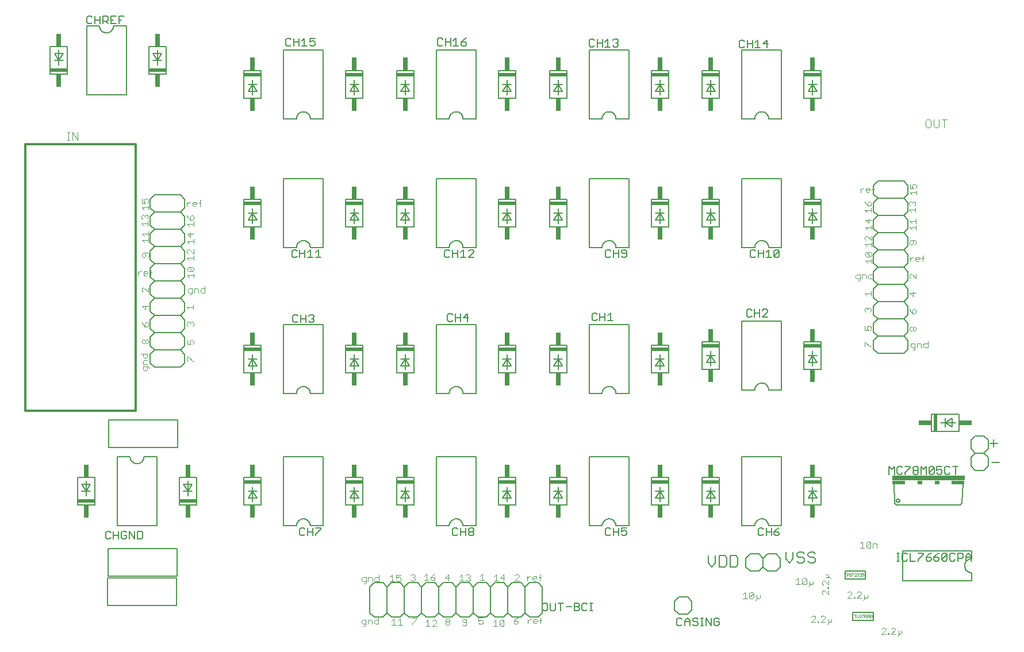
<source format=gto>
G75*
%MOIN*%
%OFA0B0*%
%FSLAX24Y24*%
%IPPOS*%
%LPD*%
%AMOC8*
5,1,8,0,0,1.08239X$1,22.5*
%
%ADD10C,0.0060*%
%ADD11C,0.0030*%
%ADD12C,0.0120*%
%ADD13C,0.0040*%
%ADD14C,0.0050*%
%ADD15R,0.1000X0.0200*%
%ADD16R,0.0300X0.0750*%
%ADD17R,0.4200X0.0300*%
%ADD18R,0.0750X0.0200*%
%ADD19R,0.0300X0.0200*%
%ADD20R,0.0200X0.1000*%
%ADD21R,0.0750X0.0300*%
%ADD22C,0.0010*%
%ADD23C,0.0080*%
D10*
X005479Y007383D02*
X007779Y007383D01*
X007779Y011383D01*
X007029Y011383D01*
X007027Y011344D01*
X007021Y011305D01*
X007012Y011267D01*
X006999Y011230D01*
X006982Y011194D01*
X006962Y011161D01*
X006938Y011129D01*
X006912Y011100D01*
X006883Y011074D01*
X006851Y011050D01*
X006818Y011030D01*
X006782Y011013D01*
X006745Y011000D01*
X006707Y010991D01*
X006668Y010985D01*
X006629Y010983D01*
X006590Y010985D01*
X006551Y010991D01*
X006513Y011000D01*
X006476Y011013D01*
X006440Y011030D01*
X006407Y011050D01*
X006375Y011074D01*
X006346Y011100D01*
X006320Y011129D01*
X006296Y011161D01*
X006276Y011194D01*
X006259Y011230D01*
X006246Y011267D01*
X006237Y011305D01*
X006231Y011344D01*
X006229Y011383D01*
X005479Y011383D01*
X005479Y007383D01*
X004176Y008583D02*
X003176Y008583D01*
X003176Y010183D01*
X004176Y010183D01*
X004176Y008583D01*
X003676Y009133D02*
X003676Y009383D01*
X003926Y009383D01*
X003676Y009383D02*
X003426Y009383D01*
X003676Y009383D02*
X003426Y009783D01*
X003926Y009783D01*
X003676Y009383D01*
X003676Y009983D01*
X009081Y010183D02*
X009081Y008583D01*
X010081Y008583D01*
X010081Y010183D01*
X009081Y010183D01*
X009331Y009783D02*
X009581Y009383D01*
X009831Y009383D01*
X009581Y009383D02*
X009331Y009383D01*
X009581Y009383D02*
X009581Y009133D01*
X009581Y009383D02*
X009581Y009983D01*
X009331Y009783D02*
X009831Y009783D01*
X009581Y009383D01*
X012821Y008583D02*
X012821Y010183D01*
X013821Y010183D01*
X013821Y008583D01*
X012821Y008583D01*
X013071Y008983D02*
X013321Y009383D01*
X013071Y009383D01*
X013321Y009383D02*
X013571Y009383D01*
X013321Y009383D02*
X013571Y008983D01*
X013071Y008983D01*
X013321Y008783D02*
X013321Y009383D01*
X013321Y009633D01*
X015124Y011383D02*
X015124Y007383D01*
X015874Y007383D01*
X015876Y007422D01*
X015882Y007461D01*
X015891Y007499D01*
X015904Y007536D01*
X015921Y007572D01*
X015941Y007605D01*
X015965Y007637D01*
X015991Y007666D01*
X016020Y007692D01*
X016052Y007716D01*
X016085Y007736D01*
X016121Y007753D01*
X016158Y007766D01*
X016196Y007775D01*
X016235Y007781D01*
X016274Y007783D01*
X016313Y007781D01*
X016352Y007775D01*
X016390Y007766D01*
X016427Y007753D01*
X016463Y007736D01*
X016496Y007716D01*
X016528Y007692D01*
X016557Y007666D01*
X016583Y007637D01*
X016607Y007605D01*
X016627Y007572D01*
X016644Y007536D01*
X016657Y007499D01*
X016666Y007461D01*
X016672Y007422D01*
X016674Y007383D01*
X017424Y007383D01*
X017424Y011383D01*
X015124Y011383D01*
X018727Y010183D02*
X019727Y010183D01*
X019727Y008583D01*
X018727Y008583D01*
X018727Y010183D01*
X019227Y009633D02*
X019227Y009383D01*
X018977Y009383D01*
X019227Y009383D02*
X019477Y009383D01*
X019227Y009383D02*
X018977Y008983D01*
X019477Y008983D01*
X019227Y009383D01*
X019227Y008783D01*
X021680Y008583D02*
X021680Y010183D01*
X022680Y010183D01*
X022680Y008583D01*
X021680Y008583D01*
X021930Y008983D02*
X022180Y009383D01*
X021930Y009383D01*
X022180Y009383D02*
X022430Y009383D01*
X022180Y009383D02*
X022430Y008983D01*
X021930Y008983D01*
X022180Y008783D02*
X022180Y009383D01*
X022180Y009633D01*
X023982Y011383D02*
X023982Y007383D01*
X024732Y007383D01*
X024734Y007422D01*
X024740Y007461D01*
X024749Y007499D01*
X024762Y007536D01*
X024779Y007572D01*
X024799Y007605D01*
X024823Y007637D01*
X024849Y007666D01*
X024878Y007692D01*
X024910Y007716D01*
X024943Y007736D01*
X024979Y007753D01*
X025016Y007766D01*
X025054Y007775D01*
X025093Y007781D01*
X025132Y007783D01*
X025171Y007781D01*
X025210Y007775D01*
X025248Y007766D01*
X025285Y007753D01*
X025321Y007736D01*
X025354Y007716D01*
X025386Y007692D01*
X025415Y007666D01*
X025441Y007637D01*
X025465Y007605D01*
X025485Y007572D01*
X025502Y007536D01*
X025515Y007499D01*
X025524Y007461D01*
X025530Y007422D01*
X025532Y007383D01*
X026282Y007383D01*
X026282Y011383D01*
X023982Y011383D01*
X027585Y010183D02*
X028585Y010183D01*
X028585Y008583D01*
X027585Y008583D01*
X027585Y010183D01*
X028085Y009633D02*
X028085Y009383D01*
X027835Y009383D01*
X028085Y009383D02*
X028335Y009383D01*
X028085Y009383D02*
X027835Y008983D01*
X028335Y008983D01*
X028085Y009383D01*
X028085Y008783D01*
X030538Y008583D02*
X030538Y010183D01*
X031538Y010183D01*
X031538Y008583D01*
X030538Y008583D01*
X030788Y008983D02*
X031038Y009383D01*
X030788Y009383D01*
X031038Y009383D02*
X031288Y009383D01*
X031038Y009383D02*
X031288Y008983D01*
X030788Y008983D01*
X031038Y008783D02*
X031038Y009383D01*
X031038Y009633D01*
X032841Y011383D02*
X032841Y007383D01*
X033591Y007383D01*
X033593Y007422D01*
X033599Y007461D01*
X033608Y007499D01*
X033621Y007536D01*
X033638Y007572D01*
X033658Y007605D01*
X033682Y007637D01*
X033708Y007666D01*
X033737Y007692D01*
X033769Y007716D01*
X033802Y007736D01*
X033838Y007753D01*
X033875Y007766D01*
X033913Y007775D01*
X033952Y007781D01*
X033991Y007783D01*
X034030Y007781D01*
X034069Y007775D01*
X034107Y007766D01*
X034144Y007753D01*
X034180Y007736D01*
X034213Y007716D01*
X034245Y007692D01*
X034274Y007666D01*
X034300Y007637D01*
X034324Y007605D01*
X034344Y007572D01*
X034361Y007536D01*
X034374Y007499D01*
X034383Y007461D01*
X034389Y007422D01*
X034391Y007383D01*
X035141Y007383D01*
X035141Y011383D01*
X032841Y011383D01*
X036443Y010183D02*
X036443Y008583D01*
X037443Y008583D01*
X037443Y010183D01*
X036443Y010183D01*
X036943Y009633D02*
X036943Y009383D01*
X036693Y009383D01*
X036943Y009383D02*
X037193Y009383D01*
X036943Y009383D02*
X036693Y008983D01*
X037193Y008983D01*
X036943Y009383D01*
X036943Y008783D01*
X039396Y008583D02*
X040396Y008583D01*
X040396Y010183D01*
X039396Y010183D01*
X039396Y008583D01*
X039646Y008983D02*
X039896Y009383D01*
X039646Y009383D01*
X039896Y009383D02*
X040146Y009383D01*
X039896Y009383D02*
X040146Y008983D01*
X039646Y008983D01*
X039896Y008783D02*
X039896Y009383D01*
X039896Y009633D01*
X041699Y011383D02*
X041699Y007383D01*
X042449Y007383D01*
X042451Y007422D01*
X042457Y007461D01*
X042466Y007499D01*
X042479Y007536D01*
X042496Y007572D01*
X042516Y007605D01*
X042540Y007637D01*
X042566Y007666D01*
X042595Y007692D01*
X042627Y007716D01*
X042660Y007736D01*
X042696Y007753D01*
X042733Y007766D01*
X042771Y007775D01*
X042810Y007781D01*
X042849Y007783D01*
X042888Y007781D01*
X042927Y007775D01*
X042965Y007766D01*
X043002Y007753D01*
X043038Y007736D01*
X043071Y007716D01*
X043103Y007692D01*
X043132Y007666D01*
X043158Y007637D01*
X043182Y007605D01*
X043202Y007572D01*
X043219Y007536D01*
X043232Y007499D01*
X043241Y007461D01*
X043247Y007422D01*
X043249Y007383D01*
X043999Y007383D01*
X043999Y011383D01*
X041699Y011383D01*
X045302Y010183D02*
X046302Y010183D01*
X046302Y008583D01*
X045302Y008583D01*
X045302Y010183D01*
X045802Y009633D02*
X045802Y009383D01*
X045552Y009383D01*
X045802Y009383D02*
X046052Y009383D01*
X045802Y009383D02*
X045552Y008983D01*
X046052Y008983D01*
X045802Y009383D01*
X045802Y008783D01*
X045851Y005871D02*
X045637Y005871D01*
X045530Y005764D01*
X045530Y005657D01*
X045637Y005550D01*
X045851Y005550D01*
X045957Y005444D01*
X045957Y005337D01*
X045851Y005230D01*
X045637Y005230D01*
X045530Y005337D01*
X045313Y005337D02*
X045206Y005230D01*
X044993Y005230D01*
X044886Y005337D01*
X044993Y005550D02*
X045206Y005550D01*
X045313Y005444D01*
X045313Y005337D01*
X044993Y005550D02*
X044886Y005657D01*
X044886Y005764D01*
X044993Y005871D01*
X045206Y005871D01*
X045313Y005764D01*
X045851Y005871D02*
X045957Y005764D01*
X044668Y005871D02*
X044668Y005444D01*
X044455Y005230D01*
X044241Y005444D01*
X044241Y005871D01*
X043928Y005501D02*
X043928Y005001D01*
X043678Y004751D01*
X043178Y004751D01*
X042928Y005001D01*
X042678Y004751D01*
X042178Y004751D01*
X041928Y005001D01*
X041928Y005501D01*
X042178Y005751D01*
X042678Y005751D01*
X042928Y005501D01*
X043178Y005751D01*
X043678Y005751D01*
X043928Y005501D01*
X042928Y005501D02*
X042928Y005001D01*
X041457Y005107D02*
X041351Y005000D01*
X041030Y005000D01*
X041030Y005641D01*
X041351Y005641D01*
X041457Y005534D01*
X041457Y005107D01*
X040813Y005107D02*
X040706Y005000D01*
X040386Y005000D01*
X040386Y005641D01*
X040706Y005641D01*
X040813Y005534D01*
X040813Y005107D01*
X040168Y005214D02*
X039955Y005000D01*
X039741Y005214D01*
X039741Y005641D01*
X040168Y005641D02*
X040168Y005214D01*
X038541Y003251D02*
X038041Y003251D01*
X037791Y003001D01*
X037791Y002501D01*
X038041Y002251D01*
X038541Y002251D01*
X038791Y002501D01*
X038791Y003001D01*
X038541Y003251D01*
X030132Y003834D02*
X030132Y002334D01*
X029882Y002084D01*
X029382Y002084D01*
X029132Y002334D01*
X029132Y003834D01*
X028882Y004084D01*
X028382Y004084D01*
X028132Y003834D01*
X028132Y002334D01*
X027882Y002084D01*
X027382Y002084D01*
X027132Y002334D01*
X027132Y003834D01*
X026882Y004084D01*
X026382Y004084D01*
X026132Y003834D01*
X026132Y002334D01*
X025882Y002084D01*
X025382Y002084D01*
X025132Y002334D01*
X025132Y003834D01*
X024882Y004084D01*
X024382Y004084D01*
X024132Y003834D01*
X024132Y002334D01*
X023882Y002084D01*
X023382Y002084D01*
X023132Y002334D01*
X023132Y003834D01*
X023382Y004084D01*
X023882Y004084D01*
X024132Y003834D01*
X025132Y003834D02*
X025382Y004084D01*
X025882Y004084D01*
X026132Y003834D01*
X027132Y003834D02*
X027382Y004084D01*
X027882Y004084D01*
X028132Y003834D01*
X029132Y003834D02*
X029382Y004084D01*
X029882Y004084D01*
X030132Y003834D01*
X029132Y002334D02*
X028882Y002084D01*
X028382Y002084D01*
X028132Y002334D01*
X027132Y002334D02*
X026882Y002084D01*
X026382Y002084D01*
X026132Y002334D01*
X025132Y002334D02*
X024882Y002084D01*
X024382Y002084D01*
X024132Y002334D01*
X023132Y002334D02*
X022882Y002084D01*
X022382Y002084D01*
X022132Y002334D01*
X022132Y003834D01*
X022382Y004084D01*
X022882Y004084D01*
X023132Y003834D01*
X022132Y003834D02*
X021882Y004084D01*
X021382Y004084D01*
X021132Y003834D01*
X020882Y004084D01*
X020382Y004084D01*
X020132Y003834D01*
X020132Y002334D01*
X020382Y002084D01*
X020882Y002084D01*
X021132Y002334D01*
X021132Y003834D01*
X021132Y002334D02*
X021382Y002084D01*
X021882Y002084D01*
X022132Y002334D01*
X023982Y015060D02*
X024732Y015060D01*
X024734Y015099D01*
X024740Y015138D01*
X024749Y015176D01*
X024762Y015213D01*
X024779Y015249D01*
X024799Y015282D01*
X024823Y015314D01*
X024849Y015343D01*
X024878Y015369D01*
X024910Y015393D01*
X024943Y015413D01*
X024979Y015430D01*
X025016Y015443D01*
X025054Y015452D01*
X025093Y015458D01*
X025132Y015460D01*
X025171Y015458D01*
X025210Y015452D01*
X025248Y015443D01*
X025285Y015430D01*
X025321Y015413D01*
X025354Y015393D01*
X025386Y015369D01*
X025415Y015343D01*
X025441Y015314D01*
X025465Y015282D01*
X025485Y015249D01*
X025502Y015213D01*
X025515Y015176D01*
X025524Y015138D01*
X025530Y015099D01*
X025532Y015060D01*
X026282Y015060D01*
X026282Y019060D01*
X023982Y019060D01*
X023982Y015060D01*
X022680Y016260D02*
X021680Y016260D01*
X021680Y017860D01*
X022680Y017860D01*
X022680Y016260D01*
X022430Y016660D02*
X021930Y016660D01*
X022180Y017060D01*
X021930Y017060D01*
X022180Y017060D02*
X022430Y017060D01*
X022180Y017060D02*
X022430Y016660D01*
X022180Y016460D02*
X022180Y017060D01*
X022180Y017310D01*
X019727Y017860D02*
X019727Y016260D01*
X018727Y016260D01*
X018727Y017860D01*
X019727Y017860D01*
X019227Y017310D02*
X019227Y017060D01*
X018977Y017060D01*
X019227Y017060D02*
X019477Y017060D01*
X019227Y017060D02*
X018977Y016660D01*
X019477Y016660D01*
X019227Y017060D01*
X019227Y016460D01*
X017424Y015060D02*
X016674Y015060D01*
X016672Y015099D01*
X016666Y015138D01*
X016657Y015176D01*
X016644Y015213D01*
X016627Y015249D01*
X016607Y015282D01*
X016583Y015314D01*
X016557Y015343D01*
X016528Y015369D01*
X016496Y015393D01*
X016463Y015413D01*
X016427Y015430D01*
X016390Y015443D01*
X016352Y015452D01*
X016313Y015458D01*
X016274Y015460D01*
X016235Y015458D01*
X016196Y015452D01*
X016158Y015443D01*
X016121Y015430D01*
X016085Y015413D01*
X016052Y015393D01*
X016020Y015369D01*
X015991Y015343D01*
X015965Y015314D01*
X015941Y015282D01*
X015921Y015249D01*
X015904Y015213D01*
X015891Y015176D01*
X015882Y015138D01*
X015876Y015099D01*
X015874Y015060D01*
X015124Y015060D01*
X015124Y019060D01*
X017424Y019060D01*
X017424Y015060D01*
X013821Y016260D02*
X013821Y017860D01*
X012821Y017860D01*
X012821Y016260D01*
X013821Y016260D01*
X013571Y016660D02*
X013071Y016660D01*
X013321Y017060D01*
X013071Y017060D01*
X013321Y017060D02*
X013571Y017060D01*
X013321Y017060D02*
X013571Y016660D01*
X013321Y016460D02*
X013321Y017060D01*
X013321Y017310D01*
X009400Y017338D02*
X009400Y016838D01*
X009150Y016588D01*
X007650Y016588D01*
X007400Y016838D01*
X007400Y017338D01*
X007650Y017588D01*
X009150Y017588D01*
X009400Y017838D01*
X009400Y018338D01*
X009150Y018588D01*
X007650Y018588D01*
X007400Y018838D01*
X007400Y019338D01*
X007650Y019588D01*
X009150Y019588D01*
X009400Y019838D01*
X009400Y020338D01*
X009150Y020588D01*
X007650Y020588D01*
X007400Y020838D01*
X007400Y021338D01*
X007650Y021588D01*
X009150Y021588D01*
X009400Y021838D01*
X009400Y022338D01*
X009150Y022588D01*
X007650Y022588D01*
X007400Y022838D01*
X007400Y023338D01*
X007650Y023588D01*
X009150Y023588D01*
X009400Y023338D01*
X009400Y022838D01*
X009150Y022588D01*
X007650Y022588D02*
X007400Y022338D01*
X007400Y021838D01*
X007650Y021588D01*
X007650Y020588D02*
X007400Y020338D01*
X007400Y019838D01*
X007650Y019588D01*
X007650Y018588D02*
X007400Y018338D01*
X007400Y017838D01*
X007650Y017588D01*
X009150Y017588D02*
X009400Y017338D01*
X009150Y018588D02*
X009400Y018838D01*
X009400Y019338D01*
X009150Y019588D01*
X009150Y020588D02*
X009400Y020838D01*
X009400Y021338D01*
X009150Y021588D01*
X009150Y023588D02*
X009400Y023838D01*
X009400Y024338D01*
X009150Y024588D01*
X007650Y024588D01*
X007400Y024838D01*
X007400Y025338D01*
X007650Y025588D01*
X007400Y025838D01*
X007400Y026338D01*
X007650Y026588D01*
X009150Y026588D01*
X009400Y026338D01*
X009400Y025838D01*
X009150Y025588D01*
X007650Y025588D01*
X009150Y025588D02*
X009400Y025338D01*
X009400Y024838D01*
X009150Y024588D01*
X007650Y024588D02*
X007400Y024338D01*
X007400Y023838D01*
X007650Y023588D01*
X012821Y024725D02*
X013821Y024725D01*
X013821Y026325D01*
X012821Y026325D01*
X012821Y024725D01*
X013321Y024925D02*
X013321Y025525D01*
X013071Y025525D01*
X013321Y025525D02*
X013571Y025525D01*
X013321Y025525D02*
X013071Y025125D01*
X013571Y025125D01*
X013321Y025525D01*
X013321Y025775D01*
X015124Y027525D02*
X017424Y027525D01*
X017424Y023525D01*
X016674Y023525D01*
X016672Y023564D01*
X016666Y023603D01*
X016657Y023641D01*
X016644Y023678D01*
X016627Y023714D01*
X016607Y023747D01*
X016583Y023779D01*
X016557Y023808D01*
X016528Y023834D01*
X016496Y023858D01*
X016463Y023878D01*
X016427Y023895D01*
X016390Y023908D01*
X016352Y023917D01*
X016313Y023923D01*
X016274Y023925D01*
X016235Y023923D01*
X016196Y023917D01*
X016158Y023908D01*
X016121Y023895D01*
X016085Y023878D01*
X016052Y023858D01*
X016020Y023834D01*
X015991Y023808D01*
X015965Y023779D01*
X015941Y023747D01*
X015921Y023714D01*
X015904Y023678D01*
X015891Y023641D01*
X015882Y023603D01*
X015876Y023564D01*
X015874Y023525D01*
X015124Y023525D01*
X015124Y027525D01*
X018727Y026325D02*
X019727Y026325D01*
X019727Y024725D01*
X018727Y024725D01*
X018727Y026325D01*
X019227Y025775D02*
X019227Y025525D01*
X018977Y025525D01*
X019227Y025525D02*
X019477Y025525D01*
X019227Y025525D02*
X018977Y025125D01*
X019477Y025125D01*
X019227Y025525D01*
X019227Y024925D01*
X021680Y024725D02*
X021680Y026325D01*
X022680Y026325D01*
X022680Y024725D01*
X021680Y024725D01*
X022180Y024925D02*
X022180Y025525D01*
X021930Y025525D01*
X022180Y025525D02*
X022430Y025525D01*
X022180Y025525D02*
X021930Y025125D01*
X022430Y025125D01*
X022180Y025525D01*
X022180Y025775D01*
X023982Y027525D02*
X026282Y027525D01*
X026282Y023525D01*
X025532Y023525D01*
X025530Y023564D01*
X025524Y023603D01*
X025515Y023641D01*
X025502Y023678D01*
X025485Y023714D01*
X025465Y023747D01*
X025441Y023779D01*
X025415Y023808D01*
X025386Y023834D01*
X025354Y023858D01*
X025321Y023878D01*
X025285Y023895D01*
X025248Y023908D01*
X025210Y023917D01*
X025171Y023923D01*
X025132Y023925D01*
X025093Y023923D01*
X025054Y023917D01*
X025016Y023908D01*
X024979Y023895D01*
X024943Y023878D01*
X024910Y023858D01*
X024878Y023834D01*
X024849Y023808D01*
X024823Y023779D01*
X024799Y023747D01*
X024779Y023714D01*
X024762Y023678D01*
X024749Y023641D01*
X024740Y023603D01*
X024734Y023564D01*
X024732Y023525D01*
X023982Y023525D01*
X023982Y027525D01*
X027585Y026325D02*
X028585Y026325D01*
X028585Y024725D01*
X027585Y024725D01*
X027585Y026325D01*
X028085Y025775D02*
X028085Y025525D01*
X027835Y025525D01*
X028085Y025525D02*
X028335Y025525D01*
X028085Y025525D02*
X027835Y025125D01*
X028335Y025125D01*
X028085Y025525D01*
X028085Y024925D01*
X030538Y024725D02*
X030538Y026325D01*
X031538Y026325D01*
X031538Y024725D01*
X030538Y024725D01*
X031038Y024925D02*
X031038Y025525D01*
X030788Y025525D01*
X031038Y025525D02*
X031288Y025525D01*
X031038Y025525D02*
X030788Y025125D01*
X031288Y025125D01*
X031038Y025525D01*
X031038Y025775D01*
X032841Y027525D02*
X035141Y027525D01*
X035141Y023525D01*
X034391Y023525D01*
X034389Y023564D01*
X034383Y023603D01*
X034374Y023641D01*
X034361Y023678D01*
X034344Y023714D01*
X034324Y023747D01*
X034300Y023779D01*
X034274Y023808D01*
X034245Y023834D01*
X034213Y023858D01*
X034180Y023878D01*
X034144Y023895D01*
X034107Y023908D01*
X034069Y023917D01*
X034030Y023923D01*
X033991Y023925D01*
X033952Y023923D01*
X033913Y023917D01*
X033875Y023908D01*
X033838Y023895D01*
X033802Y023878D01*
X033769Y023858D01*
X033737Y023834D01*
X033708Y023808D01*
X033682Y023779D01*
X033658Y023747D01*
X033638Y023714D01*
X033621Y023678D01*
X033608Y023641D01*
X033599Y023603D01*
X033593Y023564D01*
X033591Y023525D01*
X032841Y023525D01*
X032841Y027525D01*
X036443Y026325D02*
X037443Y026325D01*
X037443Y024725D01*
X036443Y024725D01*
X036443Y026325D01*
X036943Y025775D02*
X036943Y025525D01*
X036693Y025525D01*
X036943Y025525D02*
X037193Y025525D01*
X036943Y025525D02*
X036693Y025125D01*
X037193Y025125D01*
X036943Y025525D01*
X036943Y024925D01*
X039396Y024725D02*
X040396Y024725D01*
X040396Y026325D01*
X039396Y026325D01*
X039396Y024725D01*
X039896Y024925D02*
X039896Y025525D01*
X039646Y025525D01*
X039896Y025525D02*
X040146Y025525D01*
X039896Y025525D02*
X039646Y025125D01*
X040146Y025125D01*
X039896Y025525D01*
X039896Y025775D01*
X041699Y027525D02*
X043999Y027525D01*
X043999Y023525D01*
X043249Y023525D01*
X043247Y023564D01*
X043241Y023603D01*
X043232Y023641D01*
X043219Y023678D01*
X043202Y023714D01*
X043182Y023747D01*
X043158Y023779D01*
X043132Y023808D01*
X043103Y023834D01*
X043071Y023858D01*
X043038Y023878D01*
X043002Y023895D01*
X042965Y023908D01*
X042927Y023917D01*
X042888Y023923D01*
X042849Y023925D01*
X042810Y023923D01*
X042771Y023917D01*
X042733Y023908D01*
X042696Y023895D01*
X042660Y023878D01*
X042627Y023858D01*
X042595Y023834D01*
X042566Y023808D01*
X042540Y023779D01*
X042516Y023747D01*
X042496Y023714D01*
X042479Y023678D01*
X042466Y023641D01*
X042457Y023603D01*
X042451Y023564D01*
X042449Y023525D01*
X041699Y023525D01*
X041699Y027525D01*
X045302Y026325D02*
X046302Y026325D01*
X046302Y024725D01*
X045302Y024725D01*
X045302Y026325D01*
X045802Y025775D02*
X045802Y025525D01*
X045552Y025525D01*
X045802Y025525D02*
X046052Y025525D01*
X045802Y025525D02*
X045552Y025125D01*
X046052Y025125D01*
X045802Y025525D01*
X045802Y024925D01*
X049329Y025125D02*
X049329Y024625D01*
X049579Y024375D01*
X051079Y024375D01*
X051329Y024125D01*
X051329Y023625D01*
X051079Y023375D01*
X049579Y023375D01*
X049329Y023625D01*
X049329Y024125D01*
X049579Y024375D01*
X049329Y025125D02*
X049579Y025375D01*
X051079Y025375D01*
X051329Y025125D01*
X051329Y024625D01*
X051079Y024375D01*
X051079Y025375D02*
X051329Y025625D01*
X051329Y026125D01*
X051079Y026375D01*
X051329Y026625D01*
X051329Y027125D01*
X051079Y027375D01*
X049579Y027375D01*
X049329Y027125D01*
X049329Y026625D01*
X049579Y026375D01*
X051079Y026375D01*
X049579Y026375D02*
X049329Y026125D01*
X049329Y025625D01*
X049579Y025375D01*
X049579Y023375D02*
X049329Y023125D01*
X049329Y022625D01*
X049579Y022375D01*
X051079Y022375D01*
X051329Y022625D01*
X051329Y023125D01*
X051079Y023375D01*
X051079Y022375D02*
X051329Y022125D01*
X051329Y021625D01*
X051079Y021375D01*
X049579Y021375D01*
X049329Y021625D01*
X049329Y022125D01*
X049579Y022375D01*
X049579Y021375D02*
X049329Y021125D01*
X049329Y020625D01*
X049579Y020375D01*
X051079Y020375D01*
X051329Y020625D01*
X051329Y021125D01*
X051079Y021375D01*
X051079Y020375D02*
X051329Y020125D01*
X051329Y019625D01*
X051079Y019375D01*
X049579Y019375D01*
X049329Y019625D01*
X049329Y020125D01*
X049579Y020375D01*
X049579Y019375D02*
X049329Y019125D01*
X049329Y018625D01*
X049579Y018375D01*
X051079Y018375D01*
X051329Y018625D01*
X051329Y019125D01*
X051079Y019375D01*
X051079Y018375D02*
X051329Y018125D01*
X051329Y017625D01*
X051079Y017375D01*
X049579Y017375D01*
X049329Y017625D01*
X049329Y018125D01*
X049579Y018375D01*
X046302Y018057D02*
X046302Y016457D01*
X045302Y016457D01*
X045302Y018057D01*
X046302Y018057D01*
X045802Y017507D02*
X045802Y017257D01*
X045552Y017257D01*
X045802Y017257D02*
X046052Y017257D01*
X045802Y017257D02*
X045802Y016657D01*
X046052Y016857D02*
X045552Y016857D01*
X045802Y017257D01*
X046052Y016857D01*
X043999Y015257D02*
X043249Y015257D01*
X043247Y015296D01*
X043241Y015335D01*
X043232Y015373D01*
X043219Y015410D01*
X043202Y015446D01*
X043182Y015479D01*
X043158Y015511D01*
X043132Y015540D01*
X043103Y015566D01*
X043071Y015590D01*
X043038Y015610D01*
X043002Y015627D01*
X042965Y015640D01*
X042927Y015649D01*
X042888Y015655D01*
X042849Y015657D01*
X042810Y015655D01*
X042771Y015649D01*
X042733Y015640D01*
X042696Y015627D01*
X042660Y015610D01*
X042627Y015590D01*
X042595Y015566D01*
X042566Y015540D01*
X042540Y015511D01*
X042516Y015479D01*
X042496Y015446D01*
X042479Y015410D01*
X042466Y015373D01*
X042457Y015335D01*
X042451Y015296D01*
X042449Y015257D01*
X041699Y015257D01*
X041699Y019257D01*
X043999Y019257D01*
X043999Y015257D01*
X040396Y016457D02*
X040396Y018057D01*
X039396Y018057D01*
X039396Y016457D01*
X040396Y016457D01*
X040146Y016857D02*
X039646Y016857D01*
X039896Y017257D01*
X039646Y017257D01*
X039896Y017257D02*
X040146Y017257D01*
X039896Y017257D02*
X039896Y016657D01*
X040146Y016857D02*
X039896Y017257D01*
X039896Y017507D01*
X037443Y017860D02*
X037443Y016260D01*
X036443Y016260D01*
X036443Y017860D01*
X037443Y017860D01*
X036943Y017310D02*
X036943Y017060D01*
X036693Y017060D01*
X036943Y017060D02*
X037193Y017060D01*
X036943Y017060D02*
X036693Y016660D01*
X037193Y016660D01*
X036943Y017060D01*
X036943Y016460D01*
X035141Y015060D02*
X034391Y015060D01*
X034389Y015099D01*
X034383Y015138D01*
X034374Y015176D01*
X034361Y015213D01*
X034344Y015249D01*
X034324Y015282D01*
X034300Y015314D01*
X034274Y015343D01*
X034245Y015369D01*
X034213Y015393D01*
X034180Y015413D01*
X034144Y015430D01*
X034107Y015443D01*
X034069Y015452D01*
X034030Y015458D01*
X033991Y015460D01*
X033952Y015458D01*
X033913Y015452D01*
X033875Y015443D01*
X033838Y015430D01*
X033802Y015413D01*
X033769Y015393D01*
X033737Y015369D01*
X033708Y015343D01*
X033682Y015314D01*
X033658Y015282D01*
X033638Y015249D01*
X033621Y015213D01*
X033608Y015176D01*
X033599Y015138D01*
X033593Y015099D01*
X033591Y015060D01*
X032841Y015060D01*
X032841Y019060D01*
X035141Y019060D01*
X035141Y015060D01*
X031538Y016260D02*
X031538Y017860D01*
X030538Y017860D01*
X030538Y016260D01*
X031538Y016260D01*
X031288Y016660D02*
X030788Y016660D01*
X031038Y017060D01*
X030788Y017060D01*
X031038Y017060D02*
X031288Y017060D01*
X031038Y017060D02*
X031288Y016660D01*
X031038Y016460D02*
X031038Y017060D01*
X031038Y017310D01*
X028585Y017860D02*
X028585Y016260D01*
X027585Y016260D01*
X027585Y017860D01*
X028585Y017860D01*
X028085Y017310D02*
X028085Y017060D01*
X027835Y017060D01*
X028085Y017060D02*
X028335Y017060D01*
X028085Y017060D02*
X027835Y016660D01*
X028335Y016660D01*
X028085Y017060D01*
X028085Y016460D01*
X026282Y031005D02*
X025532Y031005D01*
X025530Y031044D01*
X025524Y031083D01*
X025515Y031121D01*
X025502Y031158D01*
X025485Y031194D01*
X025465Y031227D01*
X025441Y031259D01*
X025415Y031288D01*
X025386Y031314D01*
X025354Y031338D01*
X025321Y031358D01*
X025285Y031375D01*
X025248Y031388D01*
X025210Y031397D01*
X025171Y031403D01*
X025132Y031405D01*
X025093Y031403D01*
X025054Y031397D01*
X025016Y031388D01*
X024979Y031375D01*
X024943Y031358D01*
X024910Y031338D01*
X024878Y031314D01*
X024849Y031288D01*
X024823Y031259D01*
X024799Y031227D01*
X024779Y031194D01*
X024762Y031158D01*
X024749Y031121D01*
X024740Y031083D01*
X024734Y031044D01*
X024732Y031005D01*
X023982Y031005D01*
X023982Y035005D01*
X026282Y035005D01*
X026282Y031005D01*
X027585Y032205D02*
X028585Y032205D01*
X028585Y033805D01*
X027585Y033805D01*
X027585Y032205D01*
X027835Y032605D02*
X028085Y033005D01*
X027835Y033005D01*
X028085Y033005D02*
X028335Y033005D01*
X028085Y033005D02*
X028085Y033255D01*
X028085Y033005D02*
X028335Y032605D01*
X027835Y032605D01*
X028085Y032405D02*
X028085Y033005D01*
X030538Y032205D02*
X031538Y032205D01*
X031538Y033805D01*
X030538Y033805D01*
X030538Y032205D01*
X030788Y032605D02*
X031038Y033005D01*
X030788Y033005D01*
X031038Y033005D02*
X031288Y033005D01*
X031038Y033005D02*
X031038Y033255D01*
X031038Y033005D02*
X031288Y032605D01*
X030788Y032605D01*
X031038Y032405D02*
X031038Y033005D01*
X032841Y031005D02*
X033591Y031005D01*
X033593Y031044D01*
X033599Y031083D01*
X033608Y031121D01*
X033621Y031158D01*
X033638Y031194D01*
X033658Y031227D01*
X033682Y031259D01*
X033708Y031288D01*
X033737Y031314D01*
X033769Y031338D01*
X033802Y031358D01*
X033838Y031375D01*
X033875Y031388D01*
X033913Y031397D01*
X033952Y031403D01*
X033991Y031405D01*
X034030Y031403D01*
X034069Y031397D01*
X034107Y031388D01*
X034144Y031375D01*
X034180Y031358D01*
X034213Y031338D01*
X034245Y031314D01*
X034274Y031288D01*
X034300Y031259D01*
X034324Y031227D01*
X034344Y031194D01*
X034361Y031158D01*
X034374Y031121D01*
X034383Y031083D01*
X034389Y031044D01*
X034391Y031005D01*
X035141Y031005D01*
X035141Y035005D01*
X032841Y035005D01*
X032841Y031005D01*
X036443Y032205D02*
X036443Y033805D01*
X037443Y033805D01*
X037443Y032205D01*
X036443Y032205D01*
X036693Y032605D02*
X036943Y033005D01*
X036693Y033005D01*
X036943Y033005D02*
X037193Y033005D01*
X036943Y033005D02*
X036943Y033255D01*
X036943Y033005D02*
X037193Y032605D01*
X036693Y032605D01*
X036943Y032405D02*
X036943Y033005D01*
X039396Y032205D02*
X040396Y032205D01*
X040396Y033805D01*
X039396Y033805D01*
X039396Y032205D01*
X039646Y032605D02*
X039896Y033005D01*
X039646Y033005D01*
X039896Y033005D02*
X040146Y033005D01*
X039896Y033005D02*
X039896Y033255D01*
X039896Y033005D02*
X040146Y032605D01*
X039646Y032605D01*
X039896Y032405D02*
X039896Y033005D01*
X041699Y031005D02*
X042449Y031005D01*
X042451Y031044D01*
X042457Y031083D01*
X042466Y031121D01*
X042479Y031158D01*
X042496Y031194D01*
X042516Y031227D01*
X042540Y031259D01*
X042566Y031288D01*
X042595Y031314D01*
X042627Y031338D01*
X042660Y031358D01*
X042696Y031375D01*
X042733Y031388D01*
X042771Y031397D01*
X042810Y031403D01*
X042849Y031405D01*
X042888Y031403D01*
X042927Y031397D01*
X042965Y031388D01*
X043002Y031375D01*
X043038Y031358D01*
X043071Y031338D01*
X043103Y031314D01*
X043132Y031288D01*
X043158Y031259D01*
X043182Y031227D01*
X043202Y031194D01*
X043219Y031158D01*
X043232Y031121D01*
X043241Y031083D01*
X043247Y031044D01*
X043249Y031005D01*
X043999Y031005D01*
X043999Y035005D01*
X041699Y035005D01*
X041699Y031005D01*
X045302Y032205D02*
X046302Y032205D01*
X046302Y033805D01*
X045302Y033805D01*
X045302Y032205D01*
X045552Y032605D02*
X045802Y033005D01*
X045552Y033005D01*
X045802Y033005D02*
X046052Y033005D01*
X045802Y033005D02*
X045802Y033255D01*
X045802Y033005D02*
X046052Y032605D01*
X045552Y032605D01*
X045802Y032405D02*
X045802Y033005D01*
X022680Y033805D02*
X022680Y032205D01*
X021680Y032205D01*
X021680Y033805D01*
X022680Y033805D01*
X022180Y033255D02*
X022180Y033005D01*
X021930Y033005D01*
X022180Y033005D02*
X022430Y033005D01*
X022180Y033005D02*
X021930Y032605D01*
X022430Y032605D01*
X022180Y033005D01*
X022180Y032405D01*
X019727Y032205D02*
X019727Y033805D01*
X018727Y033805D01*
X018727Y032205D01*
X019727Y032205D01*
X019477Y032605D02*
X018977Y032605D01*
X019227Y033005D01*
X018977Y033005D01*
X019227Y033005D02*
X019477Y033005D01*
X019227Y033005D02*
X019227Y033255D01*
X019227Y033005D02*
X019477Y032605D01*
X019227Y032405D02*
X019227Y033005D01*
X017424Y031005D02*
X016674Y031005D01*
X016672Y031044D01*
X016666Y031083D01*
X016657Y031121D01*
X016644Y031158D01*
X016627Y031194D01*
X016607Y031227D01*
X016583Y031259D01*
X016557Y031288D01*
X016528Y031314D01*
X016496Y031338D01*
X016463Y031358D01*
X016427Y031375D01*
X016390Y031388D01*
X016352Y031397D01*
X016313Y031403D01*
X016274Y031405D01*
X016235Y031403D01*
X016196Y031397D01*
X016158Y031388D01*
X016121Y031375D01*
X016085Y031358D01*
X016052Y031338D01*
X016020Y031314D01*
X015991Y031288D01*
X015965Y031259D01*
X015941Y031227D01*
X015921Y031194D01*
X015904Y031158D01*
X015891Y031121D01*
X015882Y031083D01*
X015876Y031044D01*
X015874Y031005D01*
X015124Y031005D01*
X015124Y035005D01*
X017424Y035005D01*
X017424Y031005D01*
X013821Y032205D02*
X013821Y033805D01*
X012821Y033805D01*
X012821Y032205D01*
X013821Y032205D01*
X013571Y032605D02*
X013071Y032605D01*
X013321Y033005D01*
X013071Y033005D01*
X013321Y033005D02*
X013571Y033005D01*
X013321Y033005D02*
X013321Y033255D01*
X013321Y033005D02*
X013571Y032605D01*
X013321Y032405D02*
X013321Y033005D01*
X008310Y033583D02*
X007310Y033583D01*
X007310Y035183D01*
X008310Y035183D01*
X008310Y033583D01*
X007810Y034133D02*
X007810Y034383D01*
X008060Y034383D01*
X007810Y034383D02*
X007560Y034383D01*
X007810Y034383D02*
X007560Y034783D01*
X008060Y034783D01*
X007810Y034383D01*
X007810Y034983D01*
X006007Y036383D02*
X005257Y036383D01*
X005255Y036344D01*
X005249Y036305D01*
X005240Y036267D01*
X005227Y036230D01*
X005210Y036194D01*
X005190Y036161D01*
X005166Y036129D01*
X005140Y036100D01*
X005111Y036074D01*
X005079Y036050D01*
X005046Y036030D01*
X005010Y036013D01*
X004973Y036000D01*
X004935Y035991D01*
X004896Y035985D01*
X004857Y035983D01*
X004818Y035985D01*
X004779Y035991D01*
X004741Y036000D01*
X004704Y036013D01*
X004668Y036030D01*
X004635Y036050D01*
X004603Y036074D01*
X004574Y036100D01*
X004548Y036129D01*
X004524Y036161D01*
X004504Y036194D01*
X004487Y036230D01*
X004474Y036267D01*
X004465Y036305D01*
X004459Y036344D01*
X004457Y036383D01*
X003707Y036383D01*
X003707Y032383D01*
X006007Y032383D01*
X006007Y036383D01*
X002601Y035183D02*
X001601Y035183D01*
X001601Y033583D01*
X002601Y033583D01*
X002601Y035183D01*
X002351Y034783D02*
X001851Y034783D01*
X002101Y034383D01*
X002351Y034383D01*
X002101Y034383D02*
X001851Y034383D01*
X002101Y034383D02*
X002101Y034983D01*
X002351Y034783D02*
X002101Y034383D01*
X002101Y034133D01*
X051011Y005934D02*
X051011Y004186D01*
X055011Y004186D01*
X055011Y004660D01*
X054972Y004662D01*
X054933Y004668D01*
X054895Y004677D01*
X054858Y004690D01*
X054822Y004707D01*
X054789Y004727D01*
X054757Y004751D01*
X054728Y004777D01*
X054702Y004806D01*
X054678Y004838D01*
X054658Y004871D01*
X054641Y004907D01*
X054628Y004944D01*
X054619Y004982D01*
X054613Y005021D01*
X054611Y005060D01*
X054613Y005099D01*
X054619Y005138D01*
X054628Y005176D01*
X054641Y005213D01*
X054658Y005249D01*
X054678Y005282D01*
X054702Y005314D01*
X054728Y005343D01*
X054757Y005369D01*
X054789Y005393D01*
X054822Y005413D01*
X054858Y005430D01*
X054895Y005443D01*
X054933Y005452D01*
X054972Y005458D01*
X055011Y005460D01*
X055011Y005934D01*
X051011Y005934D01*
X055221Y010590D02*
X054971Y010840D01*
X054971Y011340D01*
X055221Y011590D01*
X054971Y011840D01*
X054971Y012340D01*
X055221Y012590D01*
X055721Y012590D01*
X055971Y012340D01*
X055971Y011840D01*
X055721Y011590D01*
X055971Y011340D01*
X055971Y010840D01*
X055721Y010590D01*
X055221Y010590D01*
X056181Y011070D02*
X056608Y011070D01*
X056295Y011957D02*
X056295Y012384D01*
X056508Y012170D02*
X056081Y012170D01*
X055721Y011590D02*
X055221Y011590D01*
X054281Y012860D02*
X054281Y013860D01*
X052681Y013860D01*
X052681Y012860D01*
X054281Y012860D01*
X053881Y013110D02*
X053481Y013360D01*
X053481Y013110D01*
X053481Y013360D02*
X053231Y013360D01*
X053481Y013360D02*
X053481Y013610D01*
X053481Y013360D02*
X053881Y013610D01*
X053881Y013110D01*
X054081Y013360D02*
X053481Y013360D01*
D11*
X052470Y017725D02*
X052285Y017725D01*
X052223Y017787D01*
X052223Y017910D01*
X052285Y017972D01*
X052470Y017972D01*
X052470Y018095D02*
X052470Y017725D01*
X052102Y017725D02*
X052102Y017910D01*
X052040Y017972D01*
X051855Y017972D01*
X051855Y017725D01*
X051733Y017725D02*
X051548Y017725D01*
X051486Y017787D01*
X051486Y017910D01*
X051548Y017972D01*
X051733Y017972D01*
X051733Y017663D01*
X051671Y017602D01*
X051610Y017602D01*
X051549Y018685D02*
X051488Y018685D01*
X051426Y018747D01*
X051426Y018870D01*
X051488Y018932D01*
X051549Y018932D01*
X051611Y018870D01*
X051611Y018747D01*
X051549Y018685D01*
X051611Y018747D02*
X051673Y018685D01*
X051735Y018685D01*
X051796Y018747D01*
X051796Y018870D01*
X051735Y018932D01*
X051673Y018932D01*
X051611Y018870D01*
X051601Y019705D02*
X051601Y019890D01*
X051663Y019952D01*
X051725Y019952D01*
X051786Y019890D01*
X051786Y019767D01*
X051725Y019705D01*
X051601Y019705D01*
X051478Y019828D01*
X051416Y019952D01*
X051611Y020695D02*
X051611Y020942D01*
X051426Y020880D02*
X051611Y020695D01*
X051796Y020880D02*
X051426Y020880D01*
X051478Y021735D02*
X051416Y021797D01*
X051416Y021920D01*
X051478Y021982D01*
X051539Y021982D01*
X051786Y021735D01*
X051786Y021982D01*
X051825Y022725D02*
X051763Y022787D01*
X051763Y022910D01*
X051825Y022972D01*
X051948Y022972D01*
X052010Y022910D01*
X052010Y022848D01*
X051763Y022848D01*
X051825Y022725D02*
X051948Y022725D01*
X052193Y022725D02*
X052193Y023034D01*
X052255Y023095D01*
X052255Y022910D02*
X052132Y022910D01*
X051641Y022972D02*
X051580Y022972D01*
X051456Y022848D01*
X051456Y022725D02*
X051456Y022972D01*
X051488Y023695D02*
X051549Y023695D01*
X051611Y023757D01*
X051611Y023942D01*
X051488Y023942D02*
X051426Y023880D01*
X051426Y023757D01*
X051488Y023695D01*
X051735Y023695D02*
X051796Y023757D01*
X051796Y023880D01*
X051735Y023942D01*
X051488Y023942D01*
X051539Y024565D02*
X051416Y024688D01*
X051786Y024688D01*
X051786Y024565D02*
X051786Y024812D01*
X051786Y024933D02*
X051786Y025180D01*
X051786Y025057D02*
X051416Y025057D01*
X051539Y024933D01*
X051519Y025585D02*
X051396Y025708D01*
X051766Y025708D01*
X051766Y025585D02*
X051766Y025832D01*
X051705Y025953D02*
X051766Y026015D01*
X051766Y026138D01*
X051705Y026200D01*
X051643Y026200D01*
X051581Y026138D01*
X051581Y026077D01*
X051581Y026138D02*
X051519Y026200D01*
X051458Y026200D01*
X051396Y026138D01*
X051396Y026015D01*
X051458Y025953D01*
X051569Y026585D02*
X051446Y026708D01*
X051816Y026708D01*
X051816Y026585D02*
X051816Y026832D01*
X051755Y026953D02*
X051816Y027015D01*
X051816Y027138D01*
X051755Y027200D01*
X051631Y027200D01*
X051569Y027138D01*
X051569Y027077D01*
X051631Y026953D01*
X051446Y026953D01*
X051446Y027200D01*
X049375Y027095D02*
X049313Y027034D01*
X049313Y026725D01*
X049252Y026910D02*
X049375Y026910D01*
X049130Y026910D02*
X049130Y026848D01*
X048883Y026848D01*
X048883Y026787D02*
X048883Y026910D01*
X048945Y026972D01*
X049068Y026972D01*
X049130Y026910D01*
X049068Y026725D02*
X048945Y026725D01*
X048883Y026787D01*
X048761Y026972D02*
X048700Y026972D01*
X048576Y026848D01*
X048576Y026725D02*
X048576Y026972D01*
X048816Y026190D02*
X048878Y026067D01*
X049001Y025943D01*
X049001Y026128D01*
X049063Y026190D01*
X049125Y026190D01*
X049186Y026128D01*
X049186Y026005D01*
X049125Y025943D01*
X049001Y025943D01*
X049186Y025822D02*
X049186Y025575D01*
X049186Y025698D02*
X048816Y025698D01*
X048939Y025575D01*
X049051Y025190D02*
X049051Y024943D01*
X048866Y025128D01*
X049236Y025128D01*
X049236Y024822D02*
X049236Y024575D01*
X049236Y024698D02*
X048866Y024698D01*
X048989Y024575D01*
X048959Y024200D02*
X048898Y024200D01*
X048836Y024138D01*
X048836Y024015D01*
X048898Y023953D01*
X048836Y023708D02*
X049206Y023708D01*
X049206Y023585D02*
X049206Y023832D01*
X049206Y023953D02*
X048959Y024200D01*
X049206Y024200D02*
X049206Y023953D01*
X048959Y023585D02*
X048836Y023708D01*
X048918Y023240D02*
X049165Y022993D01*
X049226Y023055D01*
X049226Y023178D01*
X049165Y023240D01*
X048918Y023240D01*
X048856Y023178D01*
X048856Y023055D01*
X048918Y022993D01*
X049165Y022993D01*
X049226Y022872D02*
X049226Y022625D01*
X049226Y022748D02*
X048856Y022748D01*
X048979Y022625D01*
X049280Y022085D02*
X049280Y021715D01*
X049095Y021715D01*
X049033Y021777D01*
X049033Y021900D01*
X049095Y021962D01*
X049280Y021962D01*
X048912Y021900D02*
X048912Y021715D01*
X048912Y021900D02*
X048850Y021962D01*
X048665Y021962D01*
X048665Y021715D01*
X048543Y021715D02*
X048358Y021715D01*
X048296Y021777D01*
X048296Y021900D01*
X048358Y021962D01*
X048543Y021962D01*
X048543Y021653D01*
X048481Y021592D01*
X048420Y021592D01*
X049186Y020982D02*
X049186Y020735D01*
X049186Y020858D02*
X048816Y020858D01*
X048939Y020735D01*
X048939Y020032D02*
X049001Y019970D01*
X049063Y020032D01*
X049125Y020032D01*
X049186Y019970D01*
X049186Y019847D01*
X049125Y019785D01*
X049001Y019908D02*
X049001Y019970D01*
X048939Y020032D02*
X048878Y020032D01*
X048816Y019970D01*
X048816Y019847D01*
X048878Y019785D01*
X048826Y018972D02*
X048826Y018725D01*
X049011Y018725D01*
X048949Y018848D01*
X048949Y018910D01*
X049011Y018972D01*
X049135Y018972D01*
X049196Y018910D01*
X049196Y018787D01*
X049135Y018725D01*
X048868Y018032D02*
X049115Y017785D01*
X049176Y017785D01*
X048806Y017785D02*
X048806Y018032D01*
X048868Y018032D01*
X048981Y006466D02*
X049105Y006466D01*
X049167Y006404D01*
X048920Y006157D01*
X048981Y006095D01*
X049105Y006095D01*
X049167Y006157D01*
X049167Y006404D01*
X049288Y006342D02*
X049473Y006342D01*
X049535Y006281D01*
X049535Y006095D01*
X049288Y006095D02*
X049288Y006342D01*
X048981Y006466D02*
X048920Y006404D01*
X048920Y006157D01*
X048798Y006095D02*
X048551Y006095D01*
X048675Y006095D02*
X048675Y006466D01*
X048551Y006342D01*
X046727Y004497D02*
X046665Y004559D01*
X046542Y004559D01*
X046542Y004373D02*
X046665Y004373D01*
X046788Y004373D01*
X046850Y004312D01*
X046727Y004190D02*
X046727Y003943D01*
X046480Y004190D01*
X046418Y004190D01*
X046356Y004128D01*
X046356Y004005D01*
X046418Y003943D01*
X046665Y003821D02*
X046727Y003821D01*
X046727Y003759D01*
X046665Y003759D01*
X046665Y003821D01*
X046727Y003638D02*
X046727Y003391D01*
X046480Y003638D01*
X046418Y003638D01*
X046356Y003576D01*
X046356Y003453D01*
X046418Y003391D01*
X045815Y004037D02*
X045753Y003975D01*
X045691Y003975D01*
X045630Y004037D01*
X045630Y003914D01*
X045568Y003852D01*
X045630Y004037D02*
X045630Y004161D01*
X045815Y004161D02*
X045815Y004037D01*
X045447Y004037D02*
X045447Y004284D01*
X045200Y004037D01*
X045261Y003975D01*
X045385Y003975D01*
X045447Y004037D01*
X045447Y004284D02*
X045385Y004346D01*
X045261Y004346D01*
X045200Y004284D01*
X045200Y004037D01*
X045078Y003975D02*
X044831Y003975D01*
X044955Y003975D02*
X044955Y004346D01*
X044831Y004222D01*
X046665Y004373D02*
X046727Y004435D01*
X046727Y004497D01*
X047812Y003483D02*
X047874Y003545D01*
X047997Y003545D01*
X048059Y003483D01*
X048059Y003421D01*
X047812Y003175D01*
X048059Y003175D01*
X048181Y003175D02*
X048242Y003175D01*
X048242Y003236D01*
X048181Y003236D01*
X048181Y003175D01*
X048365Y003175D02*
X048612Y003421D01*
X048612Y003483D01*
X048550Y003545D01*
X048426Y003545D01*
X048365Y003483D01*
X048365Y003175D02*
X048612Y003175D01*
X048733Y003051D02*
X048795Y003113D01*
X048795Y003236D01*
X048856Y003175D01*
X048918Y003175D01*
X048980Y003236D01*
X048980Y003360D01*
X048795Y003360D02*
X048795Y003236D01*
X046890Y001960D02*
X046890Y001836D01*
X046828Y001775D01*
X046766Y001775D01*
X046705Y001836D01*
X046705Y001713D01*
X046643Y001651D01*
X046522Y001775D02*
X046275Y001775D01*
X046522Y002021D01*
X046522Y002083D01*
X046460Y002145D01*
X046336Y002145D01*
X046275Y002083D01*
X046152Y001836D02*
X046152Y001775D01*
X046091Y001775D01*
X046091Y001836D01*
X046152Y001836D01*
X045969Y001775D02*
X045722Y001775D01*
X045969Y002021D01*
X045969Y002083D01*
X045907Y002145D01*
X045784Y002145D01*
X045722Y002083D01*
X046705Y001960D02*
X046705Y001836D01*
X049791Y001404D02*
X049853Y001466D01*
X049977Y001466D01*
X050038Y001404D01*
X050038Y001342D01*
X049791Y001095D01*
X050038Y001095D01*
X050160Y001095D02*
X050221Y001095D01*
X050221Y001157D01*
X050160Y001157D01*
X050160Y001095D01*
X050344Y001095D02*
X050591Y001342D01*
X050591Y001404D01*
X050529Y001466D01*
X050406Y001466D01*
X050344Y001404D01*
X050344Y001095D02*
X050591Y001095D01*
X050712Y000972D02*
X050774Y001034D01*
X050774Y001157D01*
X050836Y001095D01*
X050897Y001095D01*
X050959Y001157D01*
X050959Y001281D01*
X050774Y001281D02*
X050774Y001157D01*
X042745Y003217D02*
X042745Y003341D01*
X042745Y003217D02*
X042683Y003155D01*
X042621Y003155D01*
X042560Y003217D01*
X042560Y003094D01*
X042498Y003032D01*
X042560Y003217D02*
X042560Y003341D01*
X042377Y003464D02*
X042130Y003217D01*
X042191Y003155D01*
X042315Y003155D01*
X042377Y003217D01*
X042377Y003464D01*
X042315Y003526D01*
X042191Y003526D01*
X042130Y003464D01*
X042130Y003217D01*
X042008Y003155D02*
X041761Y003155D01*
X041885Y003155D02*
X041885Y003526D01*
X041761Y003402D01*
X030084Y002085D02*
X030023Y002024D01*
X030023Y001715D01*
X030084Y001900D02*
X029961Y001900D01*
X029839Y001900D02*
X029778Y001962D01*
X029654Y001962D01*
X029592Y001900D01*
X029592Y001777D01*
X029654Y001715D01*
X029778Y001715D01*
X029839Y001838D02*
X029592Y001838D01*
X029471Y001962D02*
X029409Y001962D01*
X029286Y001838D01*
X029286Y001715D02*
X029286Y001962D01*
X029839Y001900D02*
X029839Y001838D01*
X028723Y001808D02*
X028661Y001870D01*
X028476Y001870D01*
X028476Y001747D01*
X028538Y001685D01*
X028661Y001685D01*
X028723Y001747D01*
X028723Y001808D01*
X028600Y001994D02*
X028476Y001870D01*
X028600Y001994D02*
X028723Y002055D01*
X027902Y001854D02*
X027655Y001607D01*
X027716Y001545D01*
X027840Y001545D01*
X027902Y001607D01*
X027902Y001854D01*
X027840Y001915D01*
X027716Y001915D01*
X027655Y001854D01*
X027655Y001607D01*
X027533Y001545D02*
X027286Y001545D01*
X027410Y001545D02*
X027410Y001915D01*
X027286Y001792D01*
X026673Y001737D02*
X026611Y001675D01*
X026488Y001675D01*
X026426Y001737D01*
X026426Y001860D02*
X026550Y001922D01*
X026611Y001922D01*
X026673Y001860D01*
X026673Y001737D01*
X026426Y001860D02*
X026426Y002045D01*
X026673Y002045D01*
X025733Y001904D02*
X025671Y001965D01*
X025548Y001965D01*
X025486Y001904D01*
X025486Y001842D01*
X025548Y001780D01*
X025733Y001780D01*
X025733Y001657D02*
X025733Y001904D01*
X025733Y001657D02*
X025671Y001595D01*
X025548Y001595D01*
X025486Y001657D01*
X024763Y001687D02*
X024701Y001625D01*
X024578Y001625D01*
X024516Y001687D01*
X024516Y001748D01*
X024578Y001810D01*
X024701Y001810D01*
X024763Y001748D01*
X024763Y001687D01*
X024701Y001810D02*
X024763Y001872D01*
X024763Y001934D01*
X024701Y001995D01*
X024578Y001995D01*
X024516Y001934D01*
X024516Y001872D01*
X024578Y001810D01*
X023992Y001802D02*
X023992Y001864D01*
X023930Y001925D01*
X023806Y001925D01*
X023745Y001864D01*
X023500Y001925D02*
X023500Y001555D01*
X023623Y001555D02*
X023376Y001555D01*
X023376Y001802D02*
X023500Y001925D01*
X023745Y001555D02*
X023992Y001802D01*
X023992Y001555D02*
X023745Y001555D01*
X022833Y001954D02*
X022586Y001707D01*
X022586Y001645D01*
X022586Y002015D02*
X022833Y002015D01*
X022833Y001954D01*
X022012Y001625D02*
X021765Y001625D01*
X021643Y001625D02*
X021396Y001625D01*
X021520Y001625D02*
X021520Y001995D01*
X021396Y001872D01*
X021765Y001872D02*
X021888Y001995D01*
X021888Y001625D01*
X020625Y001685D02*
X020440Y001685D01*
X020378Y001747D01*
X020378Y001870D01*
X020440Y001932D01*
X020625Y001932D01*
X020625Y002055D02*
X020625Y001685D01*
X020257Y001685D02*
X020257Y001870D01*
X020195Y001932D01*
X020010Y001932D01*
X020010Y001685D01*
X019888Y001685D02*
X019703Y001685D01*
X019641Y001747D01*
X019641Y001870D01*
X019703Y001932D01*
X019888Y001932D01*
X019888Y001623D01*
X019827Y001562D01*
X019765Y001562D01*
X019785Y004022D02*
X019847Y004022D01*
X019908Y004083D01*
X019908Y004392D01*
X019723Y004392D01*
X019661Y004330D01*
X019661Y004207D01*
X019723Y004145D01*
X019908Y004145D01*
X020030Y004145D02*
X020030Y004392D01*
X020215Y004392D01*
X020277Y004330D01*
X020277Y004145D01*
X020398Y004207D02*
X020398Y004330D01*
X020460Y004392D01*
X020645Y004392D01*
X020645Y004515D02*
X020645Y004145D01*
X020460Y004145D01*
X020398Y004207D01*
X021296Y004165D02*
X021543Y004165D01*
X021420Y004165D02*
X021420Y004535D01*
X021296Y004412D01*
X021665Y004350D02*
X021788Y004412D01*
X021850Y004412D01*
X021912Y004350D01*
X021912Y004227D01*
X021850Y004165D01*
X021726Y004165D01*
X021665Y004227D01*
X021665Y004350D02*
X021665Y004535D01*
X021912Y004535D01*
X022496Y004504D02*
X022558Y004565D01*
X022681Y004565D01*
X022743Y004504D01*
X022743Y004442D01*
X022681Y004380D01*
X022743Y004318D01*
X022743Y004257D01*
X022681Y004195D01*
X022558Y004195D01*
X022496Y004257D01*
X022620Y004380D02*
X022681Y004380D01*
X023286Y004462D02*
X023410Y004585D01*
X023410Y004215D01*
X023533Y004215D02*
X023286Y004215D01*
X023655Y004277D02*
X023716Y004215D01*
X023840Y004215D01*
X023902Y004277D01*
X023902Y004338D01*
X023840Y004400D01*
X023655Y004400D01*
X023655Y004277D01*
X023655Y004400D02*
X023778Y004524D01*
X023902Y004585D01*
X024496Y004370D02*
X024743Y004370D01*
X024681Y004185D02*
X024681Y004555D01*
X024496Y004370D01*
X025326Y004422D02*
X025450Y004545D01*
X025450Y004175D01*
X025573Y004175D02*
X025326Y004175D01*
X025695Y004237D02*
X025756Y004175D01*
X025880Y004175D01*
X025942Y004237D01*
X025942Y004298D01*
X025880Y004360D01*
X025818Y004360D01*
X025880Y004360D02*
X025942Y004422D01*
X025942Y004484D01*
X025880Y004545D01*
X025756Y004545D01*
X025695Y004484D01*
X026516Y004462D02*
X026640Y004585D01*
X026640Y004215D01*
X026763Y004215D02*
X026516Y004215D01*
X027316Y004175D02*
X027563Y004175D01*
X027440Y004175D02*
X027440Y004545D01*
X027316Y004422D01*
X027685Y004360D02*
X027932Y004360D01*
X027870Y004175D02*
X027870Y004545D01*
X027685Y004360D01*
X028536Y004504D02*
X028598Y004565D01*
X028721Y004565D01*
X028783Y004504D01*
X028783Y004442D01*
X028536Y004195D01*
X028783Y004195D01*
X029246Y004205D02*
X029246Y004452D01*
X029369Y004452D02*
X029246Y004328D01*
X029369Y004452D02*
X029431Y004452D01*
X029552Y004390D02*
X029614Y004452D01*
X029738Y004452D01*
X029799Y004390D01*
X029799Y004328D01*
X029552Y004328D01*
X029552Y004267D02*
X029552Y004390D01*
X029552Y004267D02*
X029614Y004205D01*
X029738Y004205D01*
X029983Y004205D02*
X029983Y004514D01*
X030044Y004575D01*
X030044Y004390D02*
X029921Y004390D01*
X009926Y016935D02*
X009865Y016935D01*
X009618Y017182D01*
X009556Y017182D01*
X009556Y016935D01*
X009556Y017915D02*
X009741Y017915D01*
X009679Y018038D01*
X009679Y018100D01*
X009741Y018162D01*
X009865Y018162D01*
X009926Y018100D01*
X009926Y017977D01*
X009865Y017915D01*
X009556Y017915D02*
X009556Y018162D01*
X009598Y018965D02*
X009536Y019027D01*
X009536Y019150D01*
X009598Y019212D01*
X009659Y019212D01*
X009721Y019150D01*
X009783Y019212D01*
X009845Y019212D01*
X009906Y019150D01*
X009906Y019027D01*
X009845Y018965D01*
X009721Y019088D02*
X009721Y019150D01*
X009629Y019945D02*
X009506Y020068D01*
X009876Y020068D01*
X009876Y019945D02*
X009876Y020192D01*
X009761Y020782D02*
X009823Y020843D01*
X009823Y021152D01*
X009638Y021152D01*
X009576Y021090D01*
X009576Y020967D01*
X009638Y020905D01*
X009823Y020905D01*
X009945Y020905D02*
X009945Y021152D01*
X010130Y021152D01*
X010192Y021090D01*
X010192Y020905D01*
X010313Y020967D02*
X010313Y021090D01*
X010375Y021152D01*
X010560Y021152D01*
X010560Y021275D02*
X010560Y020905D01*
X010375Y020905D01*
X010313Y020967D01*
X009761Y020782D02*
X009700Y020782D01*
X009669Y021785D02*
X009546Y021908D01*
X009916Y021908D01*
X009916Y021785D02*
X009916Y022032D01*
X009855Y022153D02*
X009608Y022400D01*
X009855Y022400D01*
X009916Y022338D01*
X009916Y022215D01*
X009855Y022153D01*
X009608Y022153D01*
X009546Y022215D01*
X009546Y022338D01*
X009608Y022400D01*
X009659Y022795D02*
X009536Y022918D01*
X009906Y022918D01*
X009906Y022795D02*
X009906Y023042D01*
X009906Y023163D02*
X009659Y023410D01*
X009598Y023410D01*
X009536Y023348D01*
X009536Y023225D01*
X009598Y023163D01*
X009906Y023163D02*
X009906Y023410D01*
X009916Y023765D02*
X009916Y024012D01*
X009916Y023888D02*
X009546Y023888D01*
X009669Y023765D01*
X009731Y024133D02*
X009731Y024380D01*
X009546Y024318D02*
X009731Y024133D01*
X009916Y024318D02*
X009546Y024318D01*
X009659Y024765D02*
X009536Y024888D01*
X009906Y024888D01*
X009906Y024765D02*
X009906Y025012D01*
X009845Y025133D02*
X009906Y025195D01*
X009906Y025318D01*
X009845Y025380D01*
X009783Y025380D01*
X009721Y025318D01*
X009721Y025133D01*
X009845Y025133D01*
X009721Y025133D02*
X009598Y025257D01*
X009536Y025380D01*
X009536Y025925D02*
X009536Y026172D01*
X009536Y026048D02*
X009660Y026172D01*
X009721Y026172D01*
X009843Y026110D02*
X009905Y026172D01*
X010028Y026172D01*
X010090Y026110D01*
X010090Y026048D01*
X009843Y026048D01*
X009843Y025987D02*
X009843Y026110D01*
X009843Y025987D02*
X009905Y025925D01*
X010028Y025925D01*
X010273Y025925D02*
X010273Y026234D01*
X010335Y026295D01*
X010335Y026110D02*
X010212Y026110D01*
X007276Y026155D02*
X007215Y026093D01*
X007276Y026155D02*
X007276Y026278D01*
X007215Y026340D01*
X007091Y026340D01*
X007029Y026278D01*
X007029Y026217D01*
X007091Y026093D01*
X006906Y026093D01*
X006906Y026340D01*
X007276Y025972D02*
X007276Y025725D01*
X007276Y025848D02*
X006906Y025848D01*
X007029Y025725D01*
X007019Y025420D02*
X007081Y025358D01*
X007143Y025420D01*
X007205Y025420D01*
X007266Y025358D01*
X007266Y025235D01*
X007205Y025173D01*
X007266Y025052D02*
X007266Y024805D01*
X007266Y024928D02*
X006896Y024928D01*
X007019Y024805D01*
X006958Y025173D02*
X006896Y025235D01*
X006896Y025358D01*
X006958Y025420D01*
X007019Y025420D01*
X007081Y025358D02*
X007081Y025297D01*
X007286Y024450D02*
X007286Y024203D01*
X007286Y024082D02*
X007286Y023835D01*
X007286Y023958D02*
X006916Y023958D01*
X007039Y023835D01*
X007039Y024203D02*
X006916Y024327D01*
X007286Y024327D01*
X007245Y023212D02*
X006998Y023212D01*
X006936Y023150D01*
X006936Y023027D01*
X006998Y022965D01*
X007059Y022965D01*
X007121Y023027D01*
X007121Y023212D01*
X007245Y023212D02*
X007306Y023150D01*
X007306Y023027D01*
X007245Y022965D01*
X007495Y022265D02*
X007433Y022204D01*
X007433Y021895D01*
X007372Y022080D02*
X007495Y022080D01*
X007250Y022080D02*
X007250Y022018D01*
X007003Y022018D01*
X007003Y021957D02*
X007003Y022080D01*
X007065Y022142D01*
X007188Y022142D01*
X007250Y022080D01*
X007188Y021895D02*
X007065Y021895D01*
X007003Y021957D01*
X006881Y022142D02*
X006820Y022142D01*
X006696Y022018D01*
X006696Y021895D02*
X006696Y022142D01*
X006968Y021202D02*
X006906Y021140D01*
X006906Y021017D01*
X006968Y020955D01*
X006968Y021202D02*
X007029Y021202D01*
X007276Y020955D01*
X007276Y021202D01*
X007121Y020172D02*
X007121Y019925D01*
X006936Y020110D01*
X007306Y020110D01*
X007225Y019182D02*
X007163Y019182D01*
X007101Y019120D01*
X007101Y018935D01*
X007225Y018935D01*
X007286Y018997D01*
X007286Y019120D01*
X007225Y019182D01*
X006978Y019058D02*
X007101Y018935D01*
X006978Y019058D02*
X006916Y019182D01*
X006988Y018192D02*
X007049Y018192D01*
X007111Y018130D01*
X007111Y018007D01*
X007049Y017945D01*
X006988Y017945D01*
X006926Y018007D01*
X006926Y018130D01*
X006988Y018192D01*
X007111Y018130D02*
X007173Y018192D01*
X007235Y018192D01*
X007296Y018130D01*
X007296Y018007D01*
X007235Y017945D01*
X007173Y017945D01*
X007111Y018007D01*
X007226Y017369D02*
X006856Y017369D01*
X006979Y017369D02*
X006979Y017183D01*
X007041Y017122D01*
X007165Y017122D01*
X007226Y017183D01*
X007226Y017369D01*
X007226Y017000D02*
X007041Y017000D01*
X006979Y016938D01*
X006979Y016753D01*
X007226Y016753D01*
X007226Y016632D02*
X007226Y016447D01*
X007165Y016385D01*
X007041Y016385D01*
X006979Y016447D01*
X006979Y016632D01*
X007288Y016632D01*
X007350Y016570D01*
X007350Y016508D01*
D12*
X006538Y014060D02*
X006538Y029509D01*
X000160Y029509D01*
X000160Y014060D01*
X006538Y014060D01*
D13*
X003191Y029749D02*
X003191Y030209D01*
X002884Y030209D02*
X003191Y029749D01*
X002884Y029749D02*
X002884Y030209D01*
X002730Y030209D02*
X002577Y030209D01*
X002654Y030209D02*
X002654Y029749D01*
X002730Y029749D02*
X002577Y029749D01*
X052353Y030569D02*
X052430Y030492D01*
X052584Y030492D01*
X052660Y030569D01*
X052660Y030876D01*
X052584Y030952D01*
X052430Y030952D01*
X052353Y030876D01*
X052353Y030569D01*
X052814Y030569D02*
X052890Y030492D01*
X053044Y030492D01*
X053121Y030569D01*
X053121Y030952D01*
X053274Y030952D02*
X053581Y030952D01*
X053428Y030952D02*
X053428Y030492D01*
X052814Y030569D02*
X052814Y030952D01*
D14*
X043149Y035120D02*
X043149Y035570D01*
X042924Y035345D01*
X043224Y035345D01*
X042763Y035120D02*
X042463Y035120D01*
X042613Y035120D02*
X042613Y035570D01*
X042463Y035420D01*
X042303Y035345D02*
X042003Y035345D01*
X041843Y035195D02*
X041768Y035120D01*
X041617Y035120D01*
X041542Y035195D01*
X041542Y035495D01*
X041617Y035570D01*
X041768Y035570D01*
X041843Y035495D01*
X042003Y035570D02*
X042003Y035120D01*
X042303Y035120D02*
X042303Y035570D01*
X034526Y035545D02*
X034526Y035470D01*
X034451Y035395D01*
X034526Y035320D01*
X034526Y035245D01*
X034451Y035170D01*
X034300Y035170D01*
X034225Y035245D01*
X034065Y035170D02*
X033765Y035170D01*
X033915Y035170D02*
X033915Y035620D01*
X033765Y035470D01*
X033605Y035395D02*
X033305Y035395D01*
X033144Y035245D02*
X033069Y035170D01*
X032919Y035170D01*
X032844Y035245D01*
X032844Y035545D01*
X032919Y035620D01*
X033069Y035620D01*
X033144Y035545D01*
X033305Y035620D02*
X033305Y035170D01*
X033605Y035170D02*
X033605Y035620D01*
X034225Y035545D02*
X034300Y035620D01*
X034451Y035620D01*
X034526Y035545D01*
X034451Y035395D02*
X034375Y035395D01*
X025727Y035380D02*
X025652Y035455D01*
X025427Y035455D01*
X025427Y035305D01*
X025502Y035230D01*
X025652Y035230D01*
X025727Y035305D01*
X025727Y035380D01*
X025577Y035605D02*
X025427Y035455D01*
X025577Y035605D02*
X025727Y035680D01*
X025117Y035680D02*
X025117Y035230D01*
X024967Y035230D02*
X025267Y035230D01*
X024967Y035530D02*
X025117Y035680D01*
X024807Y035680D02*
X024807Y035230D01*
X024807Y035455D02*
X024506Y035455D01*
X024346Y035305D02*
X024271Y035230D01*
X024121Y035230D01*
X024046Y035305D01*
X024046Y035605D01*
X024121Y035680D01*
X024271Y035680D01*
X024346Y035605D01*
X024506Y035680D02*
X024506Y035230D01*
X016939Y035295D02*
X016864Y035220D01*
X016714Y035220D01*
X016639Y035295D01*
X016639Y035445D02*
X016789Y035520D01*
X016864Y035520D01*
X016939Y035445D01*
X016939Y035295D01*
X016639Y035445D02*
X016639Y035670D01*
X016939Y035670D01*
X016329Y035670D02*
X016329Y035220D01*
X016479Y035220D02*
X016178Y035220D01*
X016018Y035220D02*
X016018Y035670D01*
X016178Y035520D02*
X016329Y035670D01*
X016018Y035445D02*
X015718Y035445D01*
X015558Y035295D02*
X015483Y035220D01*
X015333Y035220D01*
X015258Y035295D01*
X015258Y035595D01*
X015333Y035670D01*
X015483Y035670D01*
X015558Y035595D01*
X015718Y035670D02*
X015718Y035220D01*
X005874Y036958D02*
X005573Y036958D01*
X005573Y036508D01*
X005413Y036508D02*
X005113Y036508D01*
X005113Y036958D01*
X005413Y036958D01*
X005263Y036733D02*
X005113Y036733D01*
X004953Y036733D02*
X004878Y036658D01*
X004653Y036658D01*
X004803Y036658D02*
X004953Y036508D01*
X004953Y036733D02*
X004953Y036883D01*
X004878Y036958D01*
X004653Y036958D01*
X004653Y036508D01*
X004492Y036508D02*
X004492Y036958D01*
X004492Y036733D02*
X004192Y036733D01*
X004032Y036583D02*
X003957Y036508D01*
X003807Y036508D01*
X003732Y036583D01*
X003732Y036883D01*
X003807Y036958D01*
X003957Y036958D01*
X004032Y036883D01*
X004192Y036958D02*
X004192Y036508D01*
X005573Y036733D02*
X005724Y036733D01*
X015683Y023400D02*
X015608Y023325D01*
X015608Y023025D01*
X015683Y022950D01*
X015833Y022950D01*
X015908Y023025D01*
X016068Y022950D02*
X016068Y023400D01*
X015908Y023325D02*
X015833Y023400D01*
X015683Y023400D01*
X016068Y023175D02*
X016368Y023175D01*
X016528Y023250D02*
X016679Y023400D01*
X016679Y022950D01*
X016829Y022950D02*
X016528Y022950D01*
X016368Y022950D02*
X016368Y023400D01*
X016989Y023250D02*
X017139Y023400D01*
X017139Y022950D01*
X016989Y022950D02*
X017289Y022950D01*
X016814Y019626D02*
X016889Y019550D01*
X016889Y019475D01*
X016814Y019400D01*
X016889Y019325D01*
X016889Y019250D01*
X016814Y019175D01*
X016664Y019175D01*
X016589Y019250D01*
X016429Y019175D02*
X016429Y019626D01*
X016589Y019550D02*
X016664Y019626D01*
X016814Y019626D01*
X016814Y019400D02*
X016739Y019400D01*
X016429Y019400D02*
X016128Y019400D01*
X015968Y019250D02*
X015893Y019175D01*
X015743Y019175D01*
X015668Y019250D01*
X015668Y019550D01*
X015743Y019626D01*
X015893Y019626D01*
X015968Y019550D01*
X016128Y019626D02*
X016128Y019175D01*
X024636Y019310D02*
X024711Y019235D01*
X024861Y019235D01*
X024937Y019310D01*
X025097Y019235D02*
X025097Y019686D01*
X024937Y019610D02*
X024861Y019686D01*
X024711Y019686D01*
X024636Y019610D01*
X024636Y019310D01*
X025097Y019460D02*
X025397Y019460D01*
X025557Y019460D02*
X025857Y019460D01*
X025782Y019235D02*
X025782Y019686D01*
X025557Y019460D01*
X025397Y019686D02*
X025397Y019235D01*
X025387Y022950D02*
X025687Y022950D01*
X025537Y022950D02*
X025537Y023400D01*
X025387Y023250D01*
X025227Y023175D02*
X024926Y023175D01*
X024766Y023325D02*
X024691Y023400D01*
X024541Y023400D01*
X024466Y023325D01*
X024466Y023025D01*
X024541Y022950D01*
X024691Y022950D01*
X024766Y023025D01*
X024926Y022950D02*
X024926Y023400D01*
X025227Y023400D02*
X025227Y022950D01*
X025847Y022950D02*
X026147Y023250D01*
X026147Y023325D01*
X026072Y023400D01*
X025922Y023400D01*
X025847Y023325D01*
X025847Y022950D02*
X026147Y022950D01*
X033005Y019650D02*
X033005Y019350D01*
X033080Y019275D01*
X033230Y019275D01*
X033305Y019350D01*
X033465Y019275D02*
X033465Y019726D01*
X033305Y019650D02*
X033230Y019726D01*
X033080Y019726D01*
X033005Y019650D01*
X033465Y019500D02*
X033765Y019500D01*
X033925Y019575D02*
X034075Y019726D01*
X034075Y019275D01*
X033925Y019275D02*
X034226Y019275D01*
X033765Y019275D02*
X033765Y019726D01*
X033860Y022950D02*
X034010Y022950D01*
X034085Y023025D01*
X034245Y022950D02*
X034245Y023400D01*
X034085Y023325D02*
X034010Y023400D01*
X033860Y023400D01*
X033785Y023325D01*
X033785Y023025D01*
X033860Y022950D01*
X034245Y023175D02*
X034545Y023175D01*
X034705Y023250D02*
X034780Y023175D01*
X035006Y023175D01*
X035006Y023025D02*
X035006Y023325D01*
X034931Y023400D01*
X034780Y023400D01*
X034705Y023325D01*
X034705Y023250D01*
X034545Y023400D02*
X034545Y022950D01*
X034705Y023025D02*
X034780Y022950D01*
X034931Y022950D01*
X035006Y023025D01*
X042182Y023025D02*
X042257Y022950D01*
X042408Y022950D01*
X042483Y023025D01*
X042643Y022950D02*
X042643Y023400D01*
X042483Y023325D02*
X042408Y023400D01*
X042257Y023400D01*
X042182Y023325D01*
X042182Y023025D01*
X042643Y023175D02*
X042943Y023175D01*
X043103Y023250D02*
X043253Y023400D01*
X043253Y022950D01*
X043103Y022950D02*
X043403Y022950D01*
X043564Y023025D02*
X043864Y023325D01*
X043864Y023025D01*
X043789Y022950D01*
X043639Y022950D01*
X043564Y023025D01*
X043564Y023325D01*
X043639Y023400D01*
X043789Y023400D01*
X043864Y023325D01*
X042943Y023400D02*
X042943Y022950D01*
X042969Y019942D02*
X042894Y019867D01*
X042969Y019942D02*
X043119Y019942D01*
X043194Y019867D01*
X043194Y019792D01*
X042894Y019492D01*
X043194Y019492D01*
X042733Y019492D02*
X042733Y019942D01*
X042733Y019717D02*
X042433Y019717D01*
X042273Y019567D02*
X042198Y019492D01*
X042048Y019492D01*
X041973Y019567D01*
X041973Y019867D01*
X042048Y019942D01*
X042198Y019942D01*
X042273Y019867D01*
X042433Y019942D02*
X042433Y019492D01*
X050236Y010815D02*
X050386Y010665D01*
X050537Y010815D01*
X050537Y010365D01*
X050697Y010440D02*
X050772Y010365D01*
X050922Y010365D01*
X050997Y010440D01*
X051157Y010440D02*
X051157Y010365D01*
X051157Y010440D02*
X051457Y010740D01*
X051457Y010815D01*
X051157Y010815D01*
X050997Y010740D02*
X050922Y010815D01*
X050772Y010815D01*
X050697Y010740D01*
X050697Y010440D01*
X050236Y010365D02*
X050236Y010815D01*
X050511Y009850D02*
X050561Y008700D01*
X050661Y008600D01*
X054361Y008600D01*
X054461Y008700D01*
X054511Y009850D01*
X054070Y010365D02*
X054070Y010815D01*
X054220Y010815D02*
X053919Y010815D01*
X053759Y010740D02*
X053684Y010815D01*
X053534Y010815D01*
X053459Y010740D01*
X053459Y010440D01*
X053534Y010365D01*
X053684Y010365D01*
X053759Y010440D01*
X053299Y010440D02*
X053224Y010365D01*
X053074Y010365D01*
X052999Y010440D01*
X052999Y010590D02*
X053149Y010665D01*
X053224Y010665D01*
X053299Y010590D01*
X053299Y010440D01*
X052999Y010590D02*
X052999Y010815D01*
X053299Y010815D01*
X052839Y010740D02*
X052538Y010440D01*
X052613Y010365D01*
X052763Y010365D01*
X052839Y010440D01*
X052839Y010740D01*
X052763Y010815D01*
X052613Y010815D01*
X052538Y010740D01*
X052538Y010440D01*
X052378Y010365D02*
X052378Y010815D01*
X052228Y010665D01*
X052078Y010815D01*
X052078Y010365D01*
X051918Y010440D02*
X051843Y010365D01*
X051693Y010365D01*
X051618Y010440D01*
X051618Y010515D01*
X051693Y010590D01*
X051843Y010590D01*
X051918Y010515D01*
X051918Y010440D01*
X051843Y010590D02*
X051918Y010665D01*
X051918Y010740D01*
X051843Y010815D01*
X051693Y010815D01*
X051618Y010740D01*
X051618Y010665D01*
X051693Y010590D01*
X050641Y008840D02*
X050643Y008860D01*
X050649Y008878D01*
X050658Y008896D01*
X050670Y008911D01*
X050685Y008923D01*
X050703Y008932D01*
X050721Y008938D01*
X050741Y008940D01*
X050761Y008938D01*
X050779Y008932D01*
X050797Y008923D01*
X050812Y008911D01*
X050824Y008896D01*
X050833Y008878D01*
X050839Y008860D01*
X050841Y008840D01*
X050839Y008820D01*
X050833Y008802D01*
X050824Y008784D01*
X050812Y008769D01*
X050797Y008757D01*
X050779Y008748D01*
X050761Y008742D01*
X050741Y008740D01*
X050721Y008742D01*
X050703Y008748D01*
X050685Y008757D01*
X050670Y008769D01*
X050658Y008784D01*
X050649Y008802D01*
X050643Y008820D01*
X050641Y008840D01*
X050686Y005785D02*
X050836Y005785D01*
X050761Y005785D02*
X050761Y005335D01*
X050686Y005335D02*
X050836Y005335D01*
X050993Y005410D02*
X051068Y005335D01*
X051218Y005335D01*
X051293Y005410D01*
X051453Y005335D02*
X051453Y005785D01*
X051293Y005710D02*
X051218Y005785D01*
X051068Y005785D01*
X050993Y005710D01*
X050993Y005410D01*
X051453Y005335D02*
X051753Y005335D01*
X051914Y005335D02*
X051914Y005410D01*
X052214Y005710D01*
X052214Y005785D01*
X051914Y005785D01*
X052374Y005560D02*
X052599Y005560D01*
X052674Y005485D01*
X052674Y005410D01*
X052599Y005335D01*
X052449Y005335D01*
X052374Y005410D01*
X052374Y005560D01*
X052524Y005710D01*
X052674Y005785D01*
X052834Y005560D02*
X053060Y005560D01*
X053135Y005485D01*
X053135Y005410D01*
X053060Y005335D01*
X052909Y005335D01*
X052834Y005410D01*
X052834Y005560D01*
X052984Y005710D01*
X053135Y005785D01*
X053295Y005710D02*
X053370Y005785D01*
X053520Y005785D01*
X053595Y005710D01*
X053295Y005410D01*
X053370Y005335D01*
X053520Y005335D01*
X053595Y005410D01*
X053595Y005710D01*
X053755Y005710D02*
X053755Y005410D01*
X053830Y005335D01*
X053980Y005335D01*
X054055Y005410D01*
X054216Y005335D02*
X054216Y005785D01*
X054441Y005785D01*
X054516Y005710D01*
X054516Y005560D01*
X054441Y005485D01*
X054216Y005485D01*
X054055Y005710D02*
X053980Y005785D01*
X053830Y005785D01*
X053755Y005710D01*
X053295Y005710D02*
X053295Y005410D01*
X054676Y005335D02*
X054676Y005635D01*
X054826Y005785D01*
X054976Y005635D01*
X054976Y005335D01*
X054976Y005560D02*
X054676Y005560D01*
X048852Y004766D02*
X048852Y004294D01*
X047671Y004294D01*
X047671Y004766D01*
X048852Y004766D01*
X049312Y002346D02*
X048131Y002346D01*
X048131Y001874D01*
X049312Y001874D01*
X049312Y002346D01*
X043864Y006883D02*
X043864Y006958D01*
X043789Y007033D01*
X043564Y007033D01*
X043564Y006883D01*
X043639Y006808D01*
X043789Y006808D01*
X043864Y006883D01*
X043714Y007183D02*
X043564Y007033D01*
X043403Y007033D02*
X043103Y007033D01*
X042943Y006883D02*
X042868Y006808D01*
X042718Y006808D01*
X042643Y006883D01*
X042643Y007183D01*
X042718Y007258D01*
X042868Y007258D01*
X042943Y007183D01*
X043103Y007258D02*
X043103Y006808D01*
X043403Y006808D02*
X043403Y007258D01*
X043714Y007183D02*
X043864Y007258D01*
X040300Y002035D02*
X040150Y002035D01*
X040075Y001960D01*
X040075Y001659D01*
X040150Y001584D01*
X040300Y001584D01*
X040375Y001659D01*
X040375Y001809D01*
X040225Y001809D01*
X040375Y001960D02*
X040300Y002035D01*
X039915Y002035D02*
X039915Y001584D01*
X039615Y002035D01*
X039615Y001584D01*
X039458Y001584D02*
X039308Y001584D01*
X039383Y001584D02*
X039383Y002035D01*
X039308Y002035D02*
X039458Y002035D01*
X039148Y001960D02*
X039073Y002035D01*
X038922Y002035D01*
X038847Y001960D01*
X038847Y001885D01*
X038922Y001809D01*
X039073Y001809D01*
X039148Y001734D01*
X039148Y001659D01*
X039073Y001584D01*
X038922Y001584D01*
X038847Y001659D01*
X038687Y001584D02*
X038687Y001885D01*
X038537Y002035D01*
X038387Y001885D01*
X038387Y001584D01*
X038227Y001659D02*
X038152Y001584D01*
X038002Y001584D01*
X037927Y001659D01*
X037927Y001960D01*
X038002Y002035D01*
X038152Y002035D01*
X038227Y001960D01*
X038387Y001809D02*
X038687Y001809D01*
X033041Y002449D02*
X032891Y002449D01*
X032966Y002449D02*
X032966Y002899D01*
X032891Y002899D02*
X033041Y002899D01*
X032730Y002824D02*
X032655Y002899D01*
X032505Y002899D01*
X032430Y002824D01*
X032430Y002524D01*
X032505Y002449D01*
X032655Y002449D01*
X032730Y002524D01*
X032270Y002524D02*
X032195Y002449D01*
X031970Y002449D01*
X031970Y002899D01*
X032195Y002899D01*
X032270Y002824D01*
X032270Y002749D01*
X032195Y002674D01*
X031970Y002674D01*
X031810Y002674D02*
X031509Y002674D01*
X031349Y002899D02*
X031049Y002899D01*
X031199Y002899D02*
X031199Y002449D01*
X030889Y002524D02*
X030889Y002899D01*
X030589Y002899D02*
X030589Y002524D01*
X030664Y002449D01*
X030814Y002449D01*
X030889Y002524D01*
X030428Y002524D02*
X030428Y002824D01*
X030353Y002899D01*
X030203Y002899D01*
X030128Y002824D01*
X030128Y002524D01*
X030203Y002449D01*
X030353Y002449D01*
X030428Y002524D01*
X032195Y002674D02*
X032270Y002599D01*
X032270Y002524D01*
X033860Y006808D02*
X034010Y006808D01*
X034085Y006883D01*
X034245Y006808D02*
X034245Y007258D01*
X034085Y007183D02*
X034010Y007258D01*
X033860Y007258D01*
X033785Y007183D01*
X033785Y006883D01*
X033860Y006808D01*
X034245Y007033D02*
X034545Y007033D01*
X034705Y007033D02*
X034855Y007108D01*
X034931Y007108D01*
X035006Y007033D01*
X035006Y006883D01*
X034931Y006808D01*
X034780Y006808D01*
X034705Y006883D01*
X034705Y007033D02*
X034705Y007258D01*
X035006Y007258D01*
X034545Y007258D02*
X034545Y006808D01*
X026147Y006883D02*
X026072Y006808D01*
X025922Y006808D01*
X025847Y006883D01*
X025847Y006958D01*
X025922Y007033D01*
X026072Y007033D01*
X026147Y006958D01*
X026147Y006883D01*
X026072Y007033D02*
X026147Y007108D01*
X026147Y007183D01*
X026072Y007258D01*
X025922Y007258D01*
X025847Y007183D01*
X025847Y007108D01*
X025922Y007033D01*
X025687Y007033D02*
X025387Y007033D01*
X025227Y006883D02*
X025151Y006808D01*
X025001Y006808D01*
X024926Y006883D01*
X024926Y007183D01*
X025001Y007258D01*
X025151Y007258D01*
X025227Y007183D01*
X025387Y007258D02*
X025387Y006808D01*
X025687Y006808D02*
X025687Y007258D01*
X017289Y007258D02*
X017289Y007183D01*
X016989Y006883D01*
X016989Y006808D01*
X016829Y006808D02*
X016829Y007258D01*
X016989Y007258D02*
X017289Y007258D01*
X016829Y007033D02*
X016528Y007033D01*
X016368Y006883D02*
X016293Y006808D01*
X016143Y006808D01*
X016068Y006883D01*
X016068Y007183D01*
X016143Y007258D01*
X016293Y007258D01*
X016368Y007183D01*
X016528Y007258D02*
X016528Y006808D01*
X006945Y006683D02*
X006945Y006983D01*
X006870Y007058D01*
X006645Y007058D01*
X006645Y006608D01*
X006870Y006608D01*
X006945Y006683D01*
X006485Y006608D02*
X006485Y007058D01*
X006185Y007058D02*
X006185Y006608D01*
X006025Y006683D02*
X006025Y006833D01*
X005874Y006833D01*
X005724Y006983D02*
X005724Y006683D01*
X005799Y006608D01*
X005949Y006608D01*
X006025Y006683D01*
X006025Y006983D02*
X005949Y007058D01*
X005799Y007058D01*
X005724Y006983D01*
X005564Y007058D02*
X005564Y006608D01*
X005564Y006833D02*
X005264Y006833D01*
X005104Y006683D02*
X005029Y006608D01*
X004879Y006608D01*
X004804Y006683D01*
X004804Y006983D01*
X004879Y007058D01*
X005029Y007058D01*
X005104Y006983D01*
X005264Y007058D02*
X005264Y006608D01*
X006185Y007058D02*
X006485Y006608D01*
D15*
X003676Y008833D03*
X009581Y008833D03*
X013321Y009933D03*
X019227Y009933D03*
X022180Y009933D03*
X028085Y009933D03*
X031038Y009933D03*
X036943Y009933D03*
X039896Y009933D03*
X045802Y009933D03*
X036943Y017610D03*
X039896Y017807D03*
X045802Y017807D03*
X045802Y026075D03*
X039896Y026075D03*
X036943Y026075D03*
X031038Y026075D03*
X028085Y026075D03*
X022180Y026075D03*
X019227Y026075D03*
X013321Y026075D03*
X013321Y033555D03*
X007810Y033833D03*
X002101Y033833D03*
X019227Y033555D03*
X022180Y033555D03*
X028085Y033555D03*
X031038Y033555D03*
X036943Y033555D03*
X039896Y033555D03*
X045802Y033555D03*
X031038Y017610D03*
X028085Y017610D03*
X022180Y017610D03*
X019227Y017610D03*
X013321Y017610D03*
D16*
X013321Y018235D03*
X013321Y015885D03*
X019227Y015885D03*
X022180Y015885D03*
X022180Y018235D03*
X019227Y018235D03*
X028085Y018235D03*
X031038Y018235D03*
X031038Y015885D03*
X028085Y015885D03*
X028085Y010558D03*
X031038Y010558D03*
X031038Y008208D03*
X028085Y008208D03*
X022180Y008208D03*
X019227Y008208D03*
X019227Y010558D03*
X022180Y010558D03*
X013321Y010558D03*
X013321Y008208D03*
X009581Y008208D03*
X009581Y010558D03*
X003676Y010558D03*
X003676Y008208D03*
X013321Y024350D03*
X013321Y026700D03*
X019227Y026700D03*
X022180Y026700D03*
X022180Y024350D03*
X019227Y024350D03*
X028085Y024350D03*
X031038Y024350D03*
X031038Y026700D03*
X028085Y026700D03*
X028085Y031830D03*
X031038Y031830D03*
X031038Y034180D03*
X028085Y034180D03*
X022180Y034180D03*
X019227Y034180D03*
X019227Y031830D03*
X022180Y031830D03*
X013321Y031830D03*
X013321Y034180D03*
X007810Y033208D03*
X007810Y035558D03*
X002101Y035558D03*
X002101Y033208D03*
X036943Y034180D03*
X039896Y034180D03*
X039896Y031830D03*
X036943Y031830D03*
X036943Y026700D03*
X039896Y026700D03*
X039896Y024350D03*
X036943Y024350D03*
X045802Y024350D03*
X045802Y026700D03*
X045802Y031830D03*
X045802Y034180D03*
X045802Y018432D03*
X045802Y016082D03*
X039896Y016082D03*
X036943Y015885D03*
X036943Y018235D03*
X039896Y018432D03*
X039896Y010558D03*
X036943Y010558D03*
X036943Y008208D03*
X039896Y008208D03*
X045802Y008208D03*
X045802Y010558D03*
D17*
X052511Y010150D03*
D18*
X050786Y009900D03*
X054236Y009900D03*
D19*
X053011Y009900D03*
X052011Y009900D03*
D20*
X052931Y013360D03*
D21*
X052306Y013360D03*
X054656Y013360D03*
D22*
X048754Y004620D02*
X048654Y004620D01*
X048654Y004545D01*
X048704Y004570D01*
X048729Y004570D01*
X048754Y004545D01*
X048754Y004495D01*
X048729Y004470D01*
X048679Y004470D01*
X048654Y004495D01*
X048607Y004470D02*
X048507Y004470D01*
X048607Y004570D01*
X048607Y004595D01*
X048582Y004620D01*
X048532Y004620D01*
X048507Y004595D01*
X048459Y004595D02*
X048459Y004570D01*
X048434Y004545D01*
X048459Y004520D01*
X048459Y004495D01*
X048434Y004470D01*
X048384Y004470D01*
X048359Y004495D01*
X048312Y004470D02*
X048212Y004470D01*
X048312Y004570D01*
X048312Y004595D01*
X048287Y004620D01*
X048237Y004620D01*
X048212Y004595D01*
X048165Y004595D02*
X048065Y004495D01*
X048065Y004470D01*
X048017Y004495D02*
X047992Y004470D01*
X047942Y004470D01*
X047917Y004495D01*
X047942Y004545D02*
X047992Y004545D01*
X048017Y004520D01*
X048017Y004495D01*
X047942Y004545D02*
X047917Y004570D01*
X047917Y004595D01*
X047942Y004620D01*
X047992Y004620D01*
X048017Y004595D01*
X048065Y004620D02*
X048165Y004620D01*
X048165Y004595D01*
X048359Y004595D02*
X048384Y004620D01*
X048434Y004620D01*
X048459Y004595D01*
X048434Y004545D02*
X048409Y004545D01*
X047870Y004545D02*
X047845Y004520D01*
X047770Y004520D01*
X047770Y004470D02*
X047770Y004620D01*
X047845Y004620D01*
X047870Y004595D01*
X047870Y004545D01*
X047723Y004620D02*
X047623Y004620D01*
X047673Y004620D02*
X047673Y004470D01*
X048201Y002210D02*
X048301Y002210D01*
X048349Y002210D02*
X048349Y002060D01*
X048449Y002060D01*
X048496Y002110D02*
X048546Y002060D01*
X048596Y002110D01*
X048596Y002210D01*
X048643Y002210D02*
X048743Y002210D01*
X048743Y002185D01*
X048643Y002085D01*
X048643Y002060D01*
X048791Y002085D02*
X048891Y002185D01*
X048891Y002085D01*
X048866Y002060D01*
X048816Y002060D01*
X048791Y002085D01*
X048791Y002185D01*
X048816Y002210D01*
X048866Y002210D01*
X048891Y002185D01*
X048938Y002185D02*
X048963Y002210D01*
X049013Y002210D01*
X049038Y002185D01*
X048938Y002085D01*
X048963Y002060D01*
X049013Y002060D01*
X049038Y002085D01*
X049038Y002185D01*
X049085Y002210D02*
X049185Y002060D01*
X049233Y002060D02*
X049333Y002210D01*
X049233Y002210D02*
X049333Y002060D01*
X049185Y002210D02*
X049085Y002060D01*
X048938Y002085D02*
X048938Y002185D01*
X048496Y002210D02*
X048496Y002110D01*
X048251Y002060D02*
X048251Y002210D01*
D23*
X004931Y002750D02*
X004931Y004350D01*
X008931Y004350D01*
X008931Y002750D01*
X004931Y002750D01*
X004961Y004440D02*
X004961Y006040D01*
X008961Y006040D01*
X008961Y004440D01*
X004961Y004440D01*
X004991Y011910D02*
X004991Y013510D01*
X008991Y013510D01*
X008991Y011910D01*
X004991Y011910D01*
M02*

</source>
